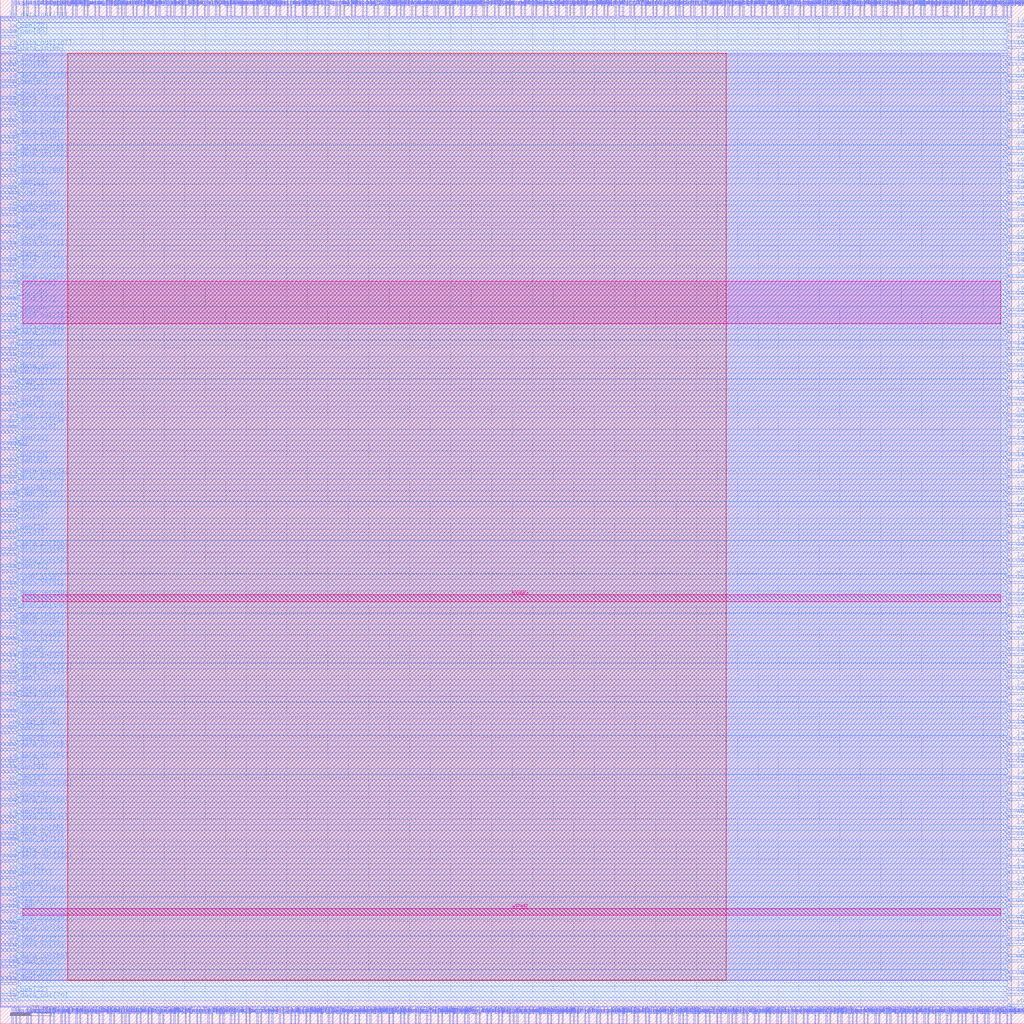
<source format=lef>
VERSION 5.7 ;
  NOWIREEXTENSIONATPIN ON ;
  DIVIDERCHAR "/" ;
  BUSBITCHARS "[]" ;
MACRO user_proj_example
  CLASS BLOCK ;
  FOREIGN user_proj_example ;
  ORIGIN 0.000 0.000 ;
  SIZE 250.000 BY 250.000 ;
  PIN io_in[0]
    DIRECTION INPUT ;
    PORT
      LAYER met2 ;
        RECT 32.290 246.000 32.570 250.000 ;
    END
  END io_in[0]
  PIN io_in[10]
    DIRECTION INPUT ;
    PORT
      LAYER met3 ;
        RECT 246.000 85.720 250.000 86.320 ;
    END
  END io_in[10]
  PIN io_in[11]
    DIRECTION INPUT ;
    PORT
      LAYER met2 ;
        RECT 196.050 246.000 196.330 250.000 ;
    END
  END io_in[11]
  PIN io_in[12]
    DIRECTION INPUT ;
    PORT
      LAYER met2 ;
        RECT 179.490 0.000 179.770 4.000 ;
    END
  END io_in[12]
  PIN io_in[13]
    DIRECTION INPUT ;
    PORT
      LAYER met3 ;
        RECT 0.000 153.720 4.000 154.320 ;
    END
  END io_in[13]
  PIN io_in[14]
    DIRECTION INPUT ;
    PORT
      LAYER met3 ;
        RECT 0.000 58.520 4.000 59.120 ;
    END
  END io_in[14]
  PIN io_in[15]
    DIRECTION INPUT ;
    PORT
      LAYER met2 ;
        RECT 45.170 246.000 45.450 250.000 ;
    END
  END io_in[15]
  PIN io_in[16]
    DIRECTION INPUT ;
    PORT
      LAYER met2 ;
        RECT 50.690 0.000 50.970 4.000 ;
    END
  END io_in[16]
  PIN io_in[17]
    DIRECTION INPUT ;
    PORT
      LAYER met2 ;
        RECT 153.730 246.000 154.010 250.000 ;
    END
  END io_in[17]
  PIN io_in[18]
    DIRECTION INPUT ;
    PORT
      LAYER met2 ;
        RECT 214.450 0.000 214.730 4.000 ;
    END
  END io_in[18]
  PIN io_in[19]
    DIRECTION INPUT ;
    PORT
      LAYER met2 ;
        RECT 116.010 246.000 116.290 250.000 ;
    END
  END io_in[19]
  PIN io_in[1]
    DIRECTION INPUT ;
    PORT
      LAYER met3 ;
        RECT 246.000 46.280 250.000 46.880 ;
    END
  END io_in[1]
  PIN io_in[20]
    DIRECTION INPUT ;
    PORT
      LAYER met2 ;
        RECT 18.490 0.000 18.770 4.000 ;
    END
  END io_in[20]
  PIN io_in[21]
    DIRECTION INPUT ;
    PORT
      LAYER met3 ;
        RECT 0.000 118.360 4.000 118.960 ;
    END
  END io_in[21]
  PIN io_in[22]
    DIRECTION INPUT ;
    PORT
      LAYER met2 ;
        RECT 46.090 0.000 46.370 4.000 ;
    END
  END io_in[22]
  PIN io_in[23]
    DIRECTION INPUT ;
    PORT
      LAYER met2 ;
        RECT 192.370 246.000 192.650 250.000 ;
    END
  END io_in[23]
  PIN io_in[24]
    DIRECTION INPUT ;
    PORT
      LAYER met2 ;
        RECT 233.770 0.000 234.050 4.000 ;
    END
  END io_in[24]
  PIN io_in[25]
    DIRECTION INPUT ;
    PORT
      LAYER met3 ;
        RECT 0.000 89.800 4.000 90.400 ;
    END
  END io_in[25]
  PIN io_in[26]
    DIRECTION INPUT ;
    PORT
      LAYER met2 ;
        RECT 27.690 0.000 27.970 4.000 ;
    END
  END io_in[26]
  PIN io_in[27]
    DIRECTION INPUT ;
    PORT
      LAYER met3 ;
        RECT 0.000 122.440 4.000 123.040 ;
    END
  END io_in[27]
  PIN io_in[28]
    DIRECTION INPUT ;
    PORT
      LAYER met3 ;
        RECT 246.000 186.360 250.000 186.960 ;
    END
  END io_in[28]
  PIN io_in[29]
    DIRECTION INPUT ;
    PORT
      LAYER met2 ;
        RECT 54.370 0.000 54.650 4.000 ;
    END
  END io_in[29]
  PIN io_in[2]
    DIRECTION INPUT ;
    PORT
      LAYER met2 ;
        RECT 11.130 246.000 11.410 250.000 ;
    END
  END io_in[2]
  PIN io_in[30]
    DIRECTION INPUT ;
    PORT
      LAYER met2 ;
        RECT 210.770 0.000 211.050 4.000 ;
    END
  END io_in[30]
  PIN io_in[31]
    DIRECTION INPUT ;
    PORT
      LAYER met2 ;
        RECT 115.090 246.000 115.370 250.000 ;
    END
  END io_in[31]
  PIN io_in[32]
    DIRECTION INPUT ;
    PORT
      LAYER met3 ;
        RECT 0.000 36.760 4.000 37.360 ;
    END
  END io_in[32]
  PIN io_in[33]
    DIRECTION INPUT ;
    PORT
      LAYER met2 ;
        RECT 125.210 246.000 125.490 250.000 ;
    END
  END io_in[33]
  PIN io_in[34]
    DIRECTION INPUT ;
    PORT
      LAYER met2 ;
        RECT 109.570 246.000 109.850 250.000 ;
    END
  END io_in[34]
  PIN io_in[35]
    DIRECTION INPUT ;
    PORT
      LAYER met2 ;
        RECT 111.410 0.000 111.690 4.000 ;
    END
  END io_in[35]
  PIN io_in[36]
    DIRECTION INPUT ;
    PORT
      LAYER met3 ;
        RECT 246.000 191.800 250.000 192.400 ;
    END
  END io_in[36]
  PIN io_in[37]
    DIRECTION INPUT ;
    PORT
      LAYER met2 ;
        RECT 240.210 246.000 240.490 250.000 ;
    END
  END io_in[37]
  PIN io_in[3]
    DIRECTION INPUT ;
    PORT
      LAYER met3 ;
        RECT 246.000 130.600 250.000 131.200 ;
    END
  END io_in[3]
  PIN io_in[4]
    DIRECTION INPUT ;
    PORT
      LAYER met2 ;
        RECT 90.250 0.000 90.530 4.000 ;
    END
  END io_in[4]
  PIN io_in[5]
    DIRECTION INPUT ;
    PORT
      LAYER met2 ;
        RECT 36.890 0.000 37.170 4.000 ;
    END
  END io_in[5]
  PIN io_in[6]
    DIRECTION INPUT ;
    PORT
      LAYER met3 ;
        RECT 246.000 238.040 250.000 238.640 ;
    END
  END io_in[6]
  PIN io_in[7]
    DIRECTION INPUT ;
    PORT
      LAYER met2 ;
        RECT 150.050 246.000 150.330 250.000 ;
    END
  END io_in[7]
  PIN io_in[8]
    DIRECTION INPUT ;
    PORT
      LAYER met2 ;
        RECT 40.570 246.000 40.850 250.000 ;
    END
  END io_in[8]
  PIN io_in[9]
    DIRECTION INPUT ;
    PORT
      LAYER met2 ;
        RECT 70.010 246.000 70.290 250.000 ;
    END
  END io_in[9]
  PIN io_oeb[0]
    DIRECTION OUTPUT TRISTATE ;
    PORT
      LAYER met3 ;
        RECT 246.000 129.240 250.000 129.840 ;
    END
  END io_oeb[0]
  PIN io_oeb[10]
    DIRECTION OUTPUT TRISTATE ;
    PORT
      LAYER met3 ;
        RECT 246.000 213.560 250.000 214.160 ;
    END
  END io_oeb[10]
  PIN io_oeb[11]
    DIRECTION OUTPUT TRISTATE ;
    PORT
      LAYER met3 ;
        RECT 246.000 102.040 250.000 102.640 ;
    END
  END io_oeb[11]
  PIN io_oeb[12]
    DIRECTION OUTPUT TRISTATE ;
    PORT
      LAYER met3 ;
        RECT 0.000 83.000 4.000 83.600 ;
    END
  END io_oeb[12]
  PIN io_oeb[13]
    DIRECTION OUTPUT TRISTATE ;
    PORT
      LAYER met2 ;
        RECT 71.850 246.000 72.130 250.000 ;
    END
  END io_oeb[13]
  PIN io_oeb[14]
    DIRECTION OUTPUT TRISTATE ;
    PORT
      LAYER met2 ;
        RECT 45.170 0.000 45.450 4.000 ;
    END
  END io_oeb[14]
  PIN io_oeb[15]
    DIRECTION OUTPUT TRISTATE ;
    PORT
      LAYER met3 ;
        RECT 246.000 12.280 250.000 12.880 ;
    END
  END io_oeb[15]
  PIN io_oeb[16]
    DIRECTION OUTPUT TRISTATE ;
    PORT
      LAYER met3 ;
        RECT 0.000 68.040 4.000 68.640 ;
    END
  END io_oeb[16]
  PIN io_oeb[17]
    DIRECTION OUTPUT TRISTATE ;
    PORT
      LAYER met3 ;
        RECT 246.000 97.960 250.000 98.560 ;
    END
  END io_oeb[17]
  PIN io_oeb[18]
    DIRECTION OUTPUT TRISTATE ;
    PORT
      LAYER met2 ;
        RECT 174.890 0.000 175.170 4.000 ;
    END
  END io_oeb[18]
  PIN io_oeb[19]
    DIRECTION OUTPUT TRISTATE ;
    PORT
      LAYER met2 ;
        RECT 34.130 0.000 34.410 4.000 ;
    END
  END io_oeb[19]
  PIN io_oeb[1]
    DIRECTION OUTPUT TRISTATE ;
    PORT
      LAYER met2 ;
        RECT 81.970 246.000 82.250 250.000 ;
    END
  END io_oeb[1]
  PIN io_oeb[20]
    DIRECTION OUTPUT TRISTATE ;
    PORT
      LAYER met3 ;
        RECT 246.000 209.480 250.000 210.080 ;
    END
  END io_oeb[20]
  PIN io_oeb[21]
    DIRECTION OUTPUT TRISTATE ;
    PORT
      LAYER met2 ;
        RECT 183.170 246.000 183.450 250.000 ;
    END
  END io_oeb[21]
  PIN io_oeb[22]
    DIRECTION OUTPUT TRISTATE ;
    PORT
      LAYER met3 ;
        RECT 0.000 6.840 4.000 7.440 ;
    END
  END io_oeb[22]
  PIN io_oeb[23]
    DIRECTION OUTPUT TRISTATE ;
    PORT
      LAYER met3 ;
        RECT 0.000 32.680 4.000 33.280 ;
    END
  END io_oeb[23]
  PIN io_oeb[24]
    DIRECTION OUTPUT TRISTATE ;
    PORT
      LAYER met3 ;
        RECT 0.000 125.160 4.000 125.760 ;
    END
  END io_oeb[24]
  PIN io_oeb[25]
    DIRECTION OUTPUT TRISTATE ;
    PORT
      LAYER met2 ;
        RECT 181.330 0.000 181.610 4.000 ;
    END
  END io_oeb[25]
  PIN io_oeb[26]
    DIRECTION OUTPUT TRISTATE ;
    PORT
      LAYER met2 ;
        RECT 145.450 0.000 145.730 4.000 ;
    END
  END io_oeb[26]
  PIN io_oeb[27]
    DIRECTION OUTPUT TRISTATE ;
    PORT
      LAYER met3 ;
        RECT 246.000 242.120 250.000 242.720 ;
    END
  END io_oeb[27]
  PIN io_oeb[28]
    DIRECTION OUTPUT TRISTATE ;
    PORT
      LAYER met2 ;
        RECT 225.490 246.000 225.770 250.000 ;
    END
  END io_oeb[28]
  PIN io_oeb[29]
    DIRECTION OUTPUT TRISTATE ;
    PORT
      LAYER met2 ;
        RECT 217.210 0.000 217.490 4.000 ;
    END
  END io_oeb[29]
  PIN io_oeb[2]
    DIRECTION OUTPUT TRISTATE ;
    PORT
      LAYER met2 ;
        RECT 144.530 246.000 144.810 250.000 ;
    END
  END io_oeb[2]
  PIN io_oeb[30]
    DIRECTION OUTPUT TRISTATE ;
    PORT
      LAYER met3 ;
        RECT 0.000 119.720 4.000 120.320 ;
    END
  END io_oeb[30]
  PIN io_oeb[31]
    DIRECTION OUTPUT TRISTATE ;
    PORT
      LAYER met2 ;
        RECT 131.650 0.000 131.930 4.000 ;
    END
  END io_oeb[31]
  PIN io_oeb[32]
    DIRECTION OUTPUT TRISTATE ;
    PORT
      LAYER met2 ;
        RECT 38.730 246.000 39.010 250.000 ;
    END
  END io_oeb[32]
  PIN io_oeb[33]
    DIRECTION OUTPUT TRISTATE ;
    PORT
      LAYER met2 ;
        RECT 18.490 246.000 18.770 250.000 ;
    END
  END io_oeb[33]
  PIN io_oeb[34]
    DIRECTION OUTPUT TRISTATE ;
    PORT
      LAYER met2 ;
        RECT 38.730 0.000 39.010 4.000 ;
    END
  END io_oeb[34]
  PIN io_oeb[35]
    DIRECTION OUTPUT TRISTATE ;
    PORT
      LAYER met3 ;
        RECT 0.000 136.040 4.000 136.640 ;
    END
  END io_oeb[35]
  PIN io_oeb[36]
    DIRECTION OUTPUT TRISTATE ;
    PORT
      LAYER met2 ;
        RECT 28.610 246.000 28.890 250.000 ;
    END
  END io_oeb[36]
  PIN io_oeb[37]
    DIRECTION OUTPUT TRISTATE ;
    PORT
      LAYER met3 ;
        RECT 246.000 138.760 250.000 139.360 ;
    END
  END io_oeb[37]
  PIN io_oeb[3]
    DIRECTION OUTPUT TRISTATE ;
    PORT
      LAYER met3 ;
        RECT 0.000 70.760 4.000 71.360 ;
    END
  END io_oeb[3]
  PIN io_oeb[4]
    DIRECTION OUTPUT TRISTATE ;
    PORT
      LAYER met2 ;
        RECT 236.530 246.000 236.810 250.000 ;
    END
  END io_oeb[4]
  PIN io_oeb[5]
    DIRECTION OUTPUT TRISTATE ;
    PORT
      LAYER met2 ;
        RECT 89.330 246.000 89.610 250.000 ;
    END
  END io_oeb[5]
  PIN io_oeb[6]
    DIRECTION OUTPUT TRISTATE ;
    PORT
      LAYER met2 ;
        RECT 246.650 246.000 246.930 250.000 ;
    END
  END io_oeb[6]
  PIN io_oeb[7]
    DIRECTION OUTPUT TRISTATE ;
    PORT
      LAYER met2 ;
        RECT 116.010 0.000 116.290 4.000 ;
    END
  END io_oeb[7]
  PIN io_oeb[8]
    DIRECTION OUTPUT TRISTATE ;
    PORT
      LAYER met2 ;
        RECT 204.330 246.000 204.610 250.000 ;
    END
  END io_oeb[8]
  PIN io_oeb[9]
    DIRECTION OUTPUT TRISTATE ;
    PORT
      LAYER met2 ;
        RECT 48.850 0.000 49.130 4.000 ;
    END
  END io_oeb[9]
  PIN io_out[0]
    DIRECTION OUTPUT TRISTATE ;
    PORT
      LAYER met2 ;
        RECT 76.450 246.000 76.730 250.000 ;
    END
  END io_out[0]
  PIN io_out[10]
    DIRECTION OUTPUT TRISTATE ;
    PORT
      LAYER met2 ;
        RECT 65.410 246.000 65.690 250.000 ;
    END
  END io_out[10]
  PIN io_out[11]
    DIRECTION OUTPUT TRISTATE ;
    PORT
      LAYER met2 ;
        RECT 60.810 0.000 61.090 4.000 ;
    END
  END io_out[11]
  PIN io_out[12]
    DIRECTION OUTPUT TRISTATE ;
    PORT
      LAYER met2 ;
        RECT 167.530 0.000 167.810 4.000 ;
    END
  END io_out[12]
  PIN io_out[13]
    DIRECTION OUTPUT TRISTATE ;
    PORT
      LAYER met2 ;
        RECT 175.810 0.000 176.090 4.000 ;
    END
  END io_out[13]
  PIN io_out[14]
    DIRECTION OUTPUT TRISTATE ;
    PORT
      LAYER met3 ;
        RECT 246.000 123.800 250.000 124.400 ;
    END
  END io_out[14]
  PIN io_out[15]
    DIRECTION OUTPUT TRISTATE ;
    PORT
      LAYER met3 ;
        RECT 246.000 220.360 250.000 220.960 ;
    END
  END io_out[15]
  PIN io_out[16]
    DIRECTION OUTPUT TRISTATE ;
    PORT
      LAYER met3 ;
        RECT 0.000 233.960 4.000 234.560 ;
    END
  END io_out[16]
  PIN io_out[17]
    DIRECTION OUTPUT TRISTATE ;
    PORT
      LAYER met2 ;
        RECT 4.690 0.000 4.970 4.000 ;
    END
  END io_out[17]
  PIN io_out[18]
    DIRECTION OUTPUT TRISTATE ;
    PORT
      LAYER met2 ;
        RECT 24.930 0.000 25.210 4.000 ;
    END
  END io_out[18]
  PIN io_out[19]
    DIRECTION OUTPUT TRISTATE ;
    PORT
      LAYER met2 ;
        RECT 159.250 246.000 159.530 250.000 ;
    END
  END io_out[19]
  PIN io_out[1]
    DIRECTION OUTPUT TRISTATE ;
    PORT
      LAYER met3 ;
        RECT 0.000 62.600 4.000 63.200 ;
    END
  END io_out[1]
  PIN io_out[20]
    DIRECTION OUTPUT TRISTATE ;
    PORT
      LAYER met2 ;
        RECT 136.250 0.000 136.530 4.000 ;
    END
  END io_out[20]
  PIN io_out[21]
    DIRECTION OUTPUT TRISTATE ;
    PORT
      LAYER met2 ;
        RECT 29.530 0.000 29.810 4.000 ;
    END
  END io_out[21]
  PIN io_out[22]
    DIRECTION OUTPUT TRISTATE ;
    PORT
      LAYER met2 ;
        RECT 58.050 0.000 58.330 4.000 ;
    END
  END io_out[22]
  PIN io_out[23]
    DIRECTION OUTPUT TRISTATE ;
    PORT
      LAYER met2 ;
        RECT 196.050 0.000 196.330 4.000 ;
    END
  END io_out[23]
  PIN io_out[24]
    DIRECTION OUTPUT TRISTATE ;
    PORT
      LAYER met3 ;
        RECT 246.000 145.560 250.000 146.160 ;
    END
  END io_out[24]
  PIN io_out[25]
    DIRECTION OUTPUT TRISTATE ;
    PORT
      LAYER met3 ;
        RECT 0.000 202.680 4.000 203.280 ;
    END
  END io_out[25]
  PIN io_out[26]
    DIRECTION OUTPUT TRISTATE ;
    PORT
      LAYER met2 ;
        RECT 47.930 0.000 48.210 4.000 ;
    END
  END io_out[26]
  PIN io_out[27]
    DIRECTION OUTPUT TRISTATE ;
    PORT
      LAYER met2 ;
        RECT 77.370 246.000 77.650 250.000 ;
    END
  END io_out[27]
  PIN io_out[28]
    DIRECTION OUTPUT TRISTATE ;
    PORT
      LAYER met2 ;
        RECT 53.450 0.000 53.730 4.000 ;
    END
  END io_out[28]
  PIN io_out[29]
    DIRECTION OUTPUT TRISTATE ;
    PORT
      LAYER met3 ;
        RECT 0.000 137.400 4.000 138.000 ;
    END
  END io_out[29]
  PIN io_out[2]
    DIRECTION OUTPUT TRISTATE ;
    PORT
      LAYER met3 ;
        RECT 246.000 229.880 250.000 230.480 ;
    END
  END io_out[2]
  PIN io_out[30]
    DIRECTION OUTPUT TRISTATE ;
    PORT
      LAYER met2 ;
        RECT 123.370 246.000 123.650 250.000 ;
    END
  END io_out[30]
  PIN io_out[31]
    DIRECTION OUTPUT TRISTATE ;
    PORT
      LAYER met3 ;
        RECT 246.000 32.680 250.000 33.280 ;
    END
  END io_out[31]
  PIN io_out[32]
    DIRECTION OUTPUT TRISTATE ;
    PORT
      LAYER met2 ;
        RECT 164.770 246.000 165.050 250.000 ;
    END
  END io_out[32]
  PIN io_out[33]
    DIRECTION OUTPUT TRISTATE ;
    PORT
      LAYER met2 ;
        RECT 113.250 246.000 113.530 250.000 ;
    END
  END io_out[33]
  PIN io_out[34]
    DIRECTION OUTPUT TRISTATE ;
    PORT
      LAYER met2 ;
        RECT 58.970 246.000 59.250 250.000 ;
    END
  END io_out[34]
  PIN io_out[35]
    DIRECTION OUTPUT TRISTATE ;
    PORT
      LAYER met3 ;
        RECT 246.000 44.920 250.000 45.520 ;
    END
  END io_out[35]
  PIN io_out[36]
    DIRECTION OUTPUT TRISTATE ;
    PORT
      LAYER met3 ;
        RECT 0.000 163.240 4.000 163.840 ;
    END
  END io_out[36]
  PIN io_out[37]
    DIRECTION OUTPUT TRISTATE ;
    PORT
      LAYER met3 ;
        RECT 246.000 225.800 250.000 226.400 ;
    END
  END io_out[37]
  PIN io_out[3]
    DIRECTION OUTPUT TRISTATE ;
    PORT
      LAYER met2 ;
        RECT 168.450 246.000 168.730 250.000 ;
    END
  END io_out[3]
  PIN io_out[4]
    DIRECTION OUTPUT TRISTATE ;
    PORT
      LAYER met3 ;
        RECT 246.000 76.200 250.000 76.800 ;
    END
  END io_out[4]
  PIN io_out[5]
    DIRECTION OUTPUT TRISTATE ;
    PORT
      LAYER met3 ;
        RECT 0.000 151.000 4.000 151.600 ;
    END
  END io_out[5]
  PIN io_out[6]
    DIRECTION OUTPUT TRISTATE ;
    PORT
      LAYER met2 ;
        RECT 209.850 246.000 210.130 250.000 ;
    END
  END io_out[6]
  PIN io_out[7]
    DIRECTION OUTPUT TRISTATE ;
    PORT
      LAYER met2 ;
        RECT 62.650 0.000 62.930 4.000 ;
    END
  END io_out[7]
  PIN io_out[8]
    DIRECTION OUTPUT TRISTATE ;
    PORT
      LAYER met2 ;
        RECT 134.410 0.000 134.690 4.000 ;
    END
  END io_out[8]
  PIN io_out[9]
    DIRECTION OUTPUT TRISTATE ;
    PORT
      LAYER met2 ;
        RECT 47.010 246.000 47.290 250.000 ;
    END
  END io_out[9]
  PIN la_data_in[0]
    DIRECTION INPUT ;
    PORT
      LAYER met2 ;
        RECT 116.930 0.000 117.210 4.000 ;
    END
  END la_data_in[0]
  PIN la_data_in[100]
    DIRECTION INPUT ;
    PORT
      LAYER met3 ;
        RECT 246.000 25.880 250.000 26.480 ;
    END
  END la_data_in[100]
  PIN la_data_in[101]
    DIRECTION INPUT ;
    PORT
      LAYER met2 ;
        RECT 237.450 0.000 237.730 4.000 ;
    END
  END la_data_in[101]
  PIN la_data_in[102]
    DIRECTION INPUT ;
    PORT
      LAYER met2 ;
        RECT 91.170 246.000 91.450 250.000 ;
    END
  END la_data_in[102]
  PIN la_data_in[103]
    DIRECTION INPUT ;
    PORT
      LAYER met2 ;
        RECT 221.810 246.000 222.090 250.000 ;
    END
  END la_data_in[103]
  PIN la_data_in[104]
    DIRECTION INPUT ;
    PORT
      LAYER met2 ;
        RECT 172.130 246.000 172.410 250.000 ;
    END
  END la_data_in[104]
  PIN la_data_in[105]
    DIRECTION INPUT ;
    PORT
      LAYER met2 ;
        RECT 187.770 0.000 188.050 4.000 ;
    END
  END la_data_in[105]
  PIN la_data_in[106]
    DIRECTION INPUT ;
    PORT
      LAYER met3 ;
        RECT 0.000 115.640 4.000 116.240 ;
    END
  END la_data_in[106]
  PIN la_data_in[107]
    DIRECTION INPUT ;
    PORT
      LAYER met3 ;
        RECT 246.000 59.880 250.000 60.480 ;
    END
  END la_data_in[107]
  PIN la_data_in[108]
    DIRECTION INPUT ;
    PORT
      LAYER met2 ;
        RECT 234.690 246.000 234.970 250.000 ;
    END
  END la_data_in[108]
  PIN la_data_in[109]
    DIRECTION INPUT ;
    PORT
      LAYER met3 ;
        RECT 0.000 100.680 4.000 101.280 ;
    END
  END la_data_in[109]
  PIN la_data_in[10]
    DIRECTION INPUT ;
    PORT
      LAYER met3 ;
        RECT 0.000 197.240 4.000 197.840 ;
    END
  END la_data_in[10]
  PIN la_data_in[110]
    DIRECTION INPUT ;
    PORT
      LAYER met2 ;
        RECT 6.530 0.000 6.810 4.000 ;
    END
  END la_data_in[110]
  PIN la_data_in[111]
    DIRECTION INPUT ;
    PORT
      LAYER met3 ;
        RECT 0.000 97.960 4.000 98.560 ;
    END
  END la_data_in[111]
  PIN la_data_in[112]
    DIRECTION INPUT ;
    PORT
      LAYER met2 ;
        RECT 199.730 0.000 200.010 4.000 ;
    END
  END la_data_in[112]
  PIN la_data_in[113]
    DIRECTION INPUT ;
    PORT
      LAYER met2 ;
        RECT 213.530 0.000 213.810 4.000 ;
    END
  END la_data_in[113]
  PIN la_data_in[114]
    DIRECTION INPUT ;
    PORT
      LAYER met2 ;
        RECT 93.930 246.000 94.210 250.000 ;
    END
  END la_data_in[114]
  PIN la_data_in[115]
    DIRECTION INPUT ;
    PORT
      LAYER met3 ;
        RECT 0.000 103.400 4.000 104.000 ;
    END
  END la_data_in[115]
  PIN la_data_in[116]
    DIRECTION INPUT ;
    PORT
      LAYER met2 ;
        RECT 39.650 0.000 39.930 4.000 ;
    END
  END la_data_in[116]
  PIN la_data_in[117]
    DIRECTION INPUT ;
    PORT
      LAYER met2 ;
        RECT 189.610 246.000 189.890 250.000 ;
    END
  END la_data_in[117]
  PIN la_data_in[118]
    DIRECTION INPUT ;
    PORT
      LAYER met2 ;
        RECT 154.650 0.000 154.930 4.000 ;
    END
  END la_data_in[118]
  PIN la_data_in[119]
    DIRECTION INPUT ;
    PORT
      LAYER met2 ;
        RECT 16.650 0.000 16.930 4.000 ;
    END
  END la_data_in[119]
  PIN la_data_in[11]
    DIRECTION INPUT ;
    PORT
      LAYER met2 ;
        RECT 20.330 246.000 20.610 250.000 ;
    END
  END la_data_in[11]
  PIN la_data_in[120]
    DIRECTION INPUT ;
    PORT
      LAYER met3 ;
        RECT 0.000 78.920 4.000 79.520 ;
    END
  END la_data_in[120]
  PIN la_data_in[121]
    DIRECTION INPUT ;
    PORT
      LAYER met3 ;
        RECT 0.000 220.360 4.000 220.960 ;
    END
  END la_data_in[121]
  PIN la_data_in[122]
    DIRECTION INPUT ;
    PORT
      LAYER met3 ;
        RECT 0.000 210.840 4.000 211.440 ;
    END
  END la_data_in[122]
  PIN la_data_in[123]
    DIRECTION INPUT ;
    PORT
      LAYER met3 ;
        RECT 246.000 91.160 250.000 91.760 ;
    END
  END la_data_in[123]
  PIN la_data_in[124]
    DIRECTION INPUT ;
    PORT
      LAYER met3 ;
        RECT 0.000 84.360 4.000 84.960 ;
    END
  END la_data_in[124]
  PIN la_data_in[125]
    DIRECTION INPUT ;
    PORT
      LAYER met2 ;
        RECT 231.010 0.000 231.290 4.000 ;
    END
  END la_data_in[125]
  PIN la_data_in[126]
    DIRECTION INPUT ;
    PORT
      LAYER met3 ;
        RECT 246.000 185.000 250.000 185.600 ;
    END
  END la_data_in[126]
  PIN la_data_in[127]
    DIRECTION INPUT ;
    PORT
      LAYER met2 ;
        RECT 26.770 246.000 27.050 250.000 ;
    END
  END la_data_in[127]
  PIN la_data_in[12]
    DIRECTION INPUT ;
    PORT
      LAYER met3 ;
        RECT 246.000 243.480 250.000 244.080 ;
    END
  END la_data_in[12]
  PIN la_data_in[13]
    DIRECTION INPUT ;
    PORT
      LAYER met2 ;
        RECT 63.570 0.000 63.850 4.000 ;
    END
  END la_data_in[13]
  PIN la_data_in[14]
    DIRECTION INPUT ;
    PORT
      LAYER met2 ;
        RECT 59.890 0.000 60.170 4.000 ;
    END
  END la_data_in[14]
  PIN la_data_in[15]
    DIRECTION INPUT ;
    PORT
      LAYER met2 ;
        RECT 108.650 246.000 108.930 250.000 ;
    END
  END la_data_in[15]
  PIN la_data_in[16]
    DIRECTION INPUT ;
    PORT
      LAYER met3 ;
        RECT 0.000 17.720 4.000 18.320 ;
    END
  END la_data_in[16]
  PIN la_data_in[17]
    DIRECTION INPUT ;
    PORT
      LAYER met2 ;
        RECT 19.410 0.000 19.690 4.000 ;
    END
  END la_data_in[17]
  PIN la_data_in[18]
    DIRECTION INPUT ;
    PORT
      LAYER met2 ;
        RECT 73.690 246.000 73.970 250.000 ;
    END
  END la_data_in[18]
  PIN la_data_in[19]
    DIRECTION INPUT ;
    PORT
      LAYER met2 ;
        RECT 219.050 0.000 219.330 4.000 ;
    END
  END la_data_in[19]
  PIN la_data_in[1]
    DIRECTION INPUT ;
    PORT
      LAYER met2 ;
        RECT 208.010 246.000 208.290 250.000 ;
    END
  END la_data_in[1]
  PIN la_data_in[20]
    DIRECTION INPUT ;
    PORT
      LAYER met3 ;
        RECT 246.000 42.200 250.000 42.800 ;
    END
  END la_data_in[20]
  PIN la_data_in[21]
    DIRECTION INPUT ;
    PORT
      LAYER met2 ;
        RECT 157.410 0.000 157.690 4.000 ;
    END
  END la_data_in[21]
  PIN la_data_in[22]
    DIRECTION INPUT ;
    PORT
      LAYER met2 ;
        RECT 22.170 0.000 22.450 4.000 ;
    END
  END la_data_in[22]
  PIN la_data_in[23]
    DIRECTION INPUT ;
    PORT
      LAYER met3 ;
        RECT 246.000 221.720 250.000 222.320 ;
    END
  END la_data_in[23]
  PIN la_data_in[24]
    DIRECTION INPUT ;
    PORT
      LAYER met3 ;
        RECT 246.000 117.000 250.000 117.600 ;
    END
  END la_data_in[24]
  PIN la_data_in[25]
    DIRECTION INPUT ;
    PORT
      LAYER met3 ;
        RECT 246.000 156.440 250.000 157.040 ;
    END
  END la_data_in[25]
  PIN la_data_in[26]
    DIRECTION INPUT ;
    PORT
      LAYER met2 ;
        RECT 96.690 246.000 96.970 250.000 ;
    END
  END la_data_in[26]
  PIN la_data_in[27]
    DIRECTION INPUT ;
    PORT
      LAYER met3 ;
        RECT 0.000 167.320 4.000 167.920 ;
    END
  END la_data_in[27]
  PIN la_data_in[28]
    DIRECTION INPUT ;
    PORT
      LAYER met3 ;
        RECT 246.000 40.840 250.000 41.440 ;
    END
  END la_data_in[28]
  PIN la_data_in[29]
    DIRECTION INPUT ;
    PORT
      LAYER met2 ;
        RECT 86.570 246.000 86.850 250.000 ;
    END
  END la_data_in[29]
  PIN la_data_in[2]
    DIRECTION INPUT ;
    PORT
      LAYER met3 ;
        RECT 0.000 186.360 4.000 186.960 ;
    END
  END la_data_in[2]
  PIN la_data_in[30]
    DIRECTION INPUT ;
    PORT
      LAYER met2 ;
        RECT 74.610 0.000 74.890 4.000 ;
    END
  END la_data_in[30]
  PIN la_data_in[31]
    DIRECTION INPUT ;
    PORT
      LAYER met3 ;
        RECT 246.000 227.160 250.000 227.760 ;
    END
  END la_data_in[31]
  PIN la_data_in[32]
    DIRECTION INPUT ;
    PORT
      LAYER met3 ;
        RECT 246.000 93.880 250.000 94.480 ;
    END
  END la_data_in[32]
  PIN la_data_in[33]
    DIRECTION INPUT ;
    PORT
      LAYER met3 ;
        RECT 0.000 40.840 4.000 41.440 ;
    END
  END la_data_in[33]
  PIN la_data_in[34]
    DIRECTION INPUT ;
    PORT
      LAYER met3 ;
        RECT 246.000 180.920 250.000 181.520 ;
    END
  END la_data_in[34]
  PIN la_data_in[35]
    DIRECTION INPUT ;
    PORT
      LAYER met2 ;
        RECT 178.570 246.000 178.850 250.000 ;
    END
  END la_data_in[35]
  PIN la_data_in[36]
    DIRECTION INPUT ;
    PORT
      LAYER met3 ;
        RECT 0.000 219.000 4.000 219.600 ;
    END
  END la_data_in[36]
  PIN la_data_in[37]
    DIRECTION INPUT ;
    PORT
      LAYER met2 ;
        RECT 6.530 246.000 6.810 250.000 ;
    END
  END la_data_in[37]
  PIN la_data_in[38]
    DIRECTION INPUT ;
    PORT
      LAYER met3 ;
        RECT 246.000 198.600 250.000 199.200 ;
    END
  END la_data_in[38]
  PIN la_data_in[39]
    DIRECTION INPUT ;
    PORT
      LAYER met3 ;
        RECT 246.000 168.680 250.000 169.280 ;
    END
  END la_data_in[39]
  PIN la_data_in[3]
    DIRECTION INPUT ;
    PORT
      LAYER met2 ;
        RECT 21.250 0.000 21.530 4.000 ;
    END
  END la_data_in[3]
  PIN la_data_in[40]
    DIRECTION INPUT ;
    PORT
      LAYER met3 ;
        RECT 0.000 224.440 4.000 225.040 ;
    END
  END la_data_in[40]
  PIN la_data_in[41]
    DIRECTION INPUT ;
    PORT
      LAYER met2 ;
        RECT 160.170 246.000 160.450 250.000 ;
    END
  END la_data_in[41]
  PIN la_data_in[42]
    DIRECTION INPUT ;
    PORT
      LAYER met3 ;
        RECT 0.000 31.320 4.000 31.920 ;
    END
  END la_data_in[42]
  PIN la_data_in[43]
    DIRECTION INPUT ;
    PORT
      LAYER met2 ;
        RECT 3.770 246.000 4.050 250.000 ;
    END
  END la_data_in[43]
  PIN la_data_in[44]
    DIRECTION INPUT ;
    PORT
      LAYER met3 ;
        RECT 246.000 34.040 250.000 34.640 ;
    END
  END la_data_in[44]
  PIN la_data_in[45]
    DIRECTION INPUT ;
    PORT
      LAYER met2 ;
        RECT 162.930 246.000 163.210 250.000 ;
    END
  END la_data_in[45]
  PIN la_data_in[46]
    DIRECTION INPUT ;
    PORT
      LAYER met2 ;
        RECT 17.570 246.000 17.850 250.000 ;
    END
  END la_data_in[46]
  PIN la_data_in[47]
    DIRECTION INPUT ;
    PORT
      LAYER met2 ;
        RECT 75.530 0.000 75.810 4.000 ;
    END
  END la_data_in[47]
  PIN la_data_in[48]
    DIRECTION INPUT ;
    PORT
      LAYER met2 ;
        RECT 190.530 0.000 190.810 4.000 ;
    END
  END la_data_in[48]
  PIN la_data_in[49]
    DIRECTION INPUT ;
    PORT
      LAYER met2 ;
        RECT 181.330 246.000 181.610 250.000 ;
    END
  END la_data_in[49]
  PIN la_data_in[4]
    DIRECTION INPUT ;
    PORT
      LAYER met2 ;
        RECT 2.850 0.000 3.130 4.000 ;
    END
  END la_data_in[4]
  PIN la_data_in[50]
    DIRECTION INPUT ;
    PORT
      LAYER met3 ;
        RECT 246.000 174.120 250.000 174.720 ;
    END
  END la_data_in[50]
  PIN la_data_in[51]
    DIRECTION INPUT ;
    PORT
      LAYER met3 ;
        RECT 0.000 106.120 4.000 106.720 ;
    END
  END la_data_in[51]
  PIN la_data_in[52]
    DIRECTION INPUT ;
    PORT
      LAYER met2 ;
        RECT 15.730 0.000 16.010 4.000 ;
    END
  END la_data_in[52]
  PIN la_data_in[53]
    DIRECTION INPUT ;
    PORT
      LAYER met3 ;
        RECT 246.000 112.920 250.000 113.520 ;
    END
  END la_data_in[53]
  PIN la_data_in[54]
    DIRECTION INPUT ;
    PORT
      LAYER met2 ;
        RECT 188.690 246.000 188.970 250.000 ;
    END
  END la_data_in[54]
  PIN la_data_in[55]
    DIRECTION INPUT ;
    PORT
      LAYER met2 ;
        RECT 237.450 246.000 237.730 250.000 ;
    END
  END la_data_in[55]
  PIN la_data_in[56]
    DIRECTION INPUT ;
    PORT
      LAYER met3 ;
        RECT 246.000 216.280 250.000 216.880 ;
    END
  END la_data_in[56]
  PIN la_data_in[57]
    DIRECTION INPUT ;
    PORT
      LAYER met3 ;
        RECT 246.000 224.440 250.000 225.040 ;
    END
  END la_data_in[57]
  PIN la_data_in[58]
    DIRECTION INPUT ;
    PORT
      LAYER met2 ;
        RECT 205.250 0.000 205.530 4.000 ;
    END
  END la_data_in[58]
  PIN la_data_in[59]
    DIRECTION INPUT ;
    PORT
      LAYER met2 ;
        RECT 226.410 0.000 226.690 4.000 ;
    END
  END la_data_in[59]
  PIN la_data_in[5]
    DIRECTION INPUT ;
    PORT
      LAYER met2 ;
        RECT 172.130 0.000 172.410 4.000 ;
    END
  END la_data_in[5]
  PIN la_data_in[60]
    DIRECTION INPUT ;
    PORT
      LAYER met3 ;
        RECT 0.000 96.600 4.000 97.200 ;
    END
  END la_data_in[60]
  PIN la_data_in[61]
    DIRECTION INPUT ;
    PORT
      LAYER met2 ;
        RECT 193.290 246.000 193.570 250.000 ;
    END
  END la_data_in[61]
  PIN la_data_in[62]
    DIRECTION INPUT ;
    PORT
      LAYER met2 ;
        RECT 242.970 0.000 243.250 4.000 ;
    END
  END la_data_in[62]
  PIN la_data_in[63]
    DIRECTION INPUT ;
    PORT
      LAYER met3 ;
        RECT 0.000 168.680 4.000 169.280 ;
    END
  END la_data_in[63]
  PIN la_data_in[64]
    DIRECTION INPUT ;
    PORT
      LAYER met2 ;
        RECT 186.850 246.000 187.130 250.000 ;
    END
  END la_data_in[64]
  PIN la_data_in[65]
    DIRECTION INPUT ;
    PORT
      LAYER met3 ;
        RECT 0.000 46.280 4.000 46.880 ;
    END
  END la_data_in[65]
  PIN la_data_in[66]
    DIRECTION INPUT ;
    PORT
      LAYER met2 ;
        RECT 152.810 0.000 153.090 4.000 ;
    END
  END la_data_in[66]
  PIN la_data_in[67]
    DIRECTION INPUT ;
    PORT
      LAYER met3 ;
        RECT 246.000 87.080 250.000 87.680 ;
    END
  END la_data_in[67]
  PIN la_data_in[68]
    DIRECTION INPUT ;
    PORT
      LAYER met2 ;
        RECT 8.370 246.000 8.650 250.000 ;
    END
  END la_data_in[68]
  PIN la_data_in[69]
    DIRECTION INPUT ;
    PORT
      LAYER met3 ;
        RECT 0.000 206.760 4.000 207.360 ;
    END
  END la_data_in[69]
  PIN la_data_in[6]
    DIRECTION INPUT ;
    PORT
      LAYER met3 ;
        RECT 246.000 233.960 250.000 234.560 ;
    END
  END la_data_in[6]
  PIN la_data_in[70]
    DIRECTION INPUT ;
    PORT
      LAYER met2 ;
        RECT 162.010 246.000 162.290 250.000 ;
    END
  END la_data_in[70]
  PIN la_data_in[71]
    DIRECTION INPUT ;
    PORT
      LAYER met2 ;
        RECT 192.370 0.000 192.650 4.000 ;
    END
  END la_data_in[71]
  PIN la_data_in[72]
    DIRECTION INPUT ;
    PORT
      LAYER met3 ;
        RECT 0.000 131.960 4.000 132.560 ;
    END
  END la_data_in[72]
  PIN la_data_in[73]
    DIRECTION INPUT ;
    PORT
      LAYER met2 ;
        RECT 35.050 246.000 35.330 250.000 ;
    END
  END la_data_in[73]
  PIN la_data_in[74]
    DIRECTION INPUT ;
    PORT
      LAYER met2 ;
        RECT 62.650 246.000 62.930 250.000 ;
    END
  END la_data_in[74]
  PIN la_data_in[75]
    DIRECTION INPUT ;
    PORT
      LAYER met2 ;
        RECT 93.010 0.000 93.290 4.000 ;
    END
  END la_data_in[75]
  PIN la_data_in[76]
    DIRECTION INPUT ;
    PORT
      LAYER met3 ;
        RECT 246.000 72.120 250.000 72.720 ;
    END
  END la_data_in[76]
  PIN la_data_in[77]
    DIRECTION INPUT ;
    PORT
      LAYER met3 ;
        RECT 246.000 10.920 250.000 11.520 ;
    END
  END la_data_in[77]
  PIN la_data_in[78]
    DIRECTION INPUT ;
    PORT
      LAYER met3 ;
        RECT 0.000 93.880 4.000 94.480 ;
    END
  END la_data_in[78]
  PIN la_data_in[79]
    DIRECTION INPUT ;
    PORT
      LAYER met2 ;
        RECT 211.690 0.000 211.970 4.000 ;
    END
  END la_data_in[79]
  PIN la_data_in[7]
    DIRECTION INPUT ;
    PORT
      LAYER met3 ;
        RECT 246.000 137.400 250.000 138.000 ;
    END
  END la_data_in[7]
  PIN la_data_in[80]
    DIRECTION INPUT ;
    PORT
      LAYER met2 ;
        RECT 189.610 0.000 189.890 4.000 ;
    END
  END la_data_in[80]
  PIN la_data_in[81]
    DIRECTION INPUT ;
    PORT
      LAYER met2 ;
        RECT 231.930 0.000 232.210 4.000 ;
    END
  END la_data_in[81]
  PIN la_data_in[82]
    DIRECTION INPUT ;
    PORT
      LAYER met3 ;
        RECT 246.000 217.640 250.000 218.240 ;
    END
  END la_data_in[82]
  PIN la_data_in[83]
    DIRECTION INPUT ;
    PORT
      LAYER met2 ;
        RECT 124.290 246.000 124.570 250.000 ;
    END
  END la_data_in[83]
  PIN la_data_in[84]
    DIRECTION INPUT ;
    PORT
      LAYER met2 ;
        RECT 12.970 0.000 13.250 4.000 ;
    END
  END la_data_in[84]
  PIN la_data_in[85]
    DIRECTION INPUT ;
    PORT
      LAYER met2 ;
        RECT 139.010 0.000 139.290 4.000 ;
    END
  END la_data_in[85]
  PIN la_data_in[86]
    DIRECTION INPUT ;
    PORT
      LAYER met3 ;
        RECT 0.000 236.680 4.000 237.280 ;
    END
  END la_data_in[86]
  PIN la_data_in[87]
    DIRECTION INPUT ;
    PORT
      LAYER met3 ;
        RECT 0.000 88.440 4.000 89.040 ;
    END
  END la_data_in[87]
  PIN la_data_in[88]
    DIRECTION INPUT ;
    PORT
      LAYER met2 ;
        RECT 186.850 0.000 187.130 4.000 ;
    END
  END la_data_in[88]
  PIN la_data_in[89]
    DIRECTION INPUT ;
    PORT
      LAYER met2 ;
        RECT 74.610 246.000 74.890 250.000 ;
    END
  END la_data_in[89]
  PIN la_data_in[8]
    DIRECTION INPUT ;
    PORT
      LAYER met2 ;
        RECT 223.650 0.000 223.930 4.000 ;
    END
  END la_data_in[8]
  PIN la_data_in[90]
    DIRECTION INPUT ;
    PORT
      LAYER met2 ;
        RECT 104.050 246.000 104.330 250.000 ;
    END
  END la_data_in[90]
  PIN la_data_in[91]
    DIRECTION INPUT ;
    PORT
      LAYER met2 ;
        RECT 215.370 246.000 215.650 250.000 ;
    END
  END la_data_in[91]
  PIN la_data_in[92]
    DIRECTION INPUT ;
    PORT
      LAYER met3 ;
        RECT 0.000 80.280 4.000 80.880 ;
    END
  END la_data_in[92]
  PIN la_data_in[93]
    DIRECTION INPUT ;
    PORT
      LAYER met3 ;
        RECT 0.000 149.640 4.000 150.240 ;
    END
  END la_data_in[93]
  PIN la_data_in[94]
    DIRECTION INPUT ;
    PORT
      LAYER met2 ;
        RECT 95.770 0.000 96.050 4.000 ;
    END
  END la_data_in[94]
  PIN la_data_in[95]
    DIRECTION INPUT ;
    PORT
      LAYER met2 ;
        RECT 61.730 246.000 62.010 250.000 ;
    END
  END la_data_in[95]
  PIN la_data_in[96]
    DIRECTION INPUT ;
    PORT
      LAYER met3 ;
        RECT 246.000 38.120 250.000 38.720 ;
    END
  END la_data_in[96]
  PIN la_data_in[97]
    DIRECTION INPUT ;
    PORT
      LAYER met3 ;
        RECT 0.000 216.280 4.000 216.880 ;
    END
  END la_data_in[97]
  PIN la_data_in[98]
    DIRECTION INPUT ;
    PORT
      LAYER met2 ;
        RECT 165.690 0.000 165.970 4.000 ;
    END
  END la_data_in[98]
  PIN la_data_in[99]
    DIRECTION INPUT ;
    PORT
      LAYER met3 ;
        RECT 246.000 142.840 250.000 143.440 ;
    END
  END la_data_in[99]
  PIN la_data_in[9]
    DIRECTION INPUT ;
    PORT
      LAYER met3 ;
        RECT 0.000 159.160 4.000 159.760 ;
    END
  END la_data_in[9]
  PIN la_data_out[0]
    DIRECTION OUTPUT TRISTATE ;
    PORT
      LAYER met2 ;
        RECT 114.170 0.000 114.450 4.000 ;
    END
  END la_data_out[0]
  PIN la_data_out[100]
    DIRECTION OUTPUT TRISTATE ;
    PORT
      LAYER met2 ;
        RECT 216.290 0.000 216.570 4.000 ;
    END
  END la_data_out[100]
  PIN la_data_out[101]
    DIRECTION OUTPUT TRISTATE ;
    PORT
      LAYER met2 ;
        RECT 240.210 0.000 240.490 4.000 ;
    END
  END la_data_out[101]
  PIN la_data_out[102]
    DIRECTION OUTPUT TRISTATE ;
    PORT
      LAYER met2 ;
        RECT 31.370 0.000 31.650 4.000 ;
    END
  END la_data_out[102]
  PIN la_data_out[103]
    DIRECTION OUTPUT TRISTATE ;
    PORT
      LAYER met2 ;
        RECT 14.810 0.000 15.090 4.000 ;
    END
  END la_data_out[103]
  PIN la_data_out[104]
    DIRECTION OUTPUT TRISTATE ;
    PORT
      LAYER met3 ;
        RECT 246.000 107.480 250.000 108.080 ;
    END
  END la_data_out[104]
  PIN la_data_out[105]
    DIRECTION OUTPUT TRISTATE ;
    PORT
      LAYER met3 ;
        RECT 0.000 57.160 4.000 57.760 ;
    END
  END la_data_out[105]
  PIN la_data_out[106]
    DIRECTION OUTPUT TRISTATE ;
    PORT
      LAYER met2 ;
        RECT 77.370 0.000 77.650 4.000 ;
    END
  END la_data_out[106]
  PIN la_data_out[107]
    DIRECTION OUTPUT TRISTATE ;
    PORT
      LAYER met3 ;
        RECT 0.000 238.040 4.000 238.640 ;
    END
  END la_data_out[107]
  PIN la_data_out[108]
    DIRECTION OUTPUT TRISTATE ;
    PORT
      LAYER met3 ;
        RECT 0.000 229.880 4.000 230.480 ;
    END
  END la_data_out[108]
  PIN la_data_out[109]
    DIRECTION OUTPUT TRISTATE ;
    PORT
      LAYER met3 ;
        RECT 0.000 223.080 4.000 223.680 ;
    END
  END la_data_out[109]
  PIN la_data_out[10]
    DIRECTION OUTPUT TRISTATE ;
    PORT
      LAYER met2 ;
        RECT 231.010 246.000 231.290 250.000 ;
    END
  END la_data_out[10]
  PIN la_data_out[110]
    DIRECTION OUTPUT TRISTATE ;
    PORT
      LAYER met2 ;
        RECT 124.290 0.000 124.570 4.000 ;
    END
  END la_data_out[110]
  PIN la_data_out[111]
    DIRECTION OUTPUT TRISTATE ;
    PORT
      LAYER met2 ;
        RECT 23.090 246.000 23.370 250.000 ;
    END
  END la_data_out[111]
  PIN la_data_out[112]
    DIRECTION OUTPUT TRISTATE ;
    PORT
      LAYER met2 ;
        RECT 143.610 0.000 143.890 4.000 ;
    END
  END la_data_out[112]
  PIN la_data_out[113]
    DIRECTION OUTPUT TRISTATE ;
    PORT
      LAYER met3 ;
        RECT 0.000 171.400 4.000 172.000 ;
    END
  END la_data_out[113]
  PIN la_data_out[114]
    DIRECTION OUTPUT TRISTATE ;
    PORT
      LAYER met2 ;
        RECT 219.970 246.000 220.250 250.000 ;
    END
  END la_data_out[114]
  PIN la_data_out[115]
    DIRECTION OUTPUT TRISTATE ;
    PORT
      LAYER met3 ;
        RECT 246.000 231.240 250.000 231.840 ;
    END
  END la_data_out[115]
  PIN la_data_out[116]
    DIRECTION OUTPUT TRISTATE ;
    PORT
      LAYER met2 ;
        RECT 163.850 0.000 164.130 4.000 ;
    END
  END la_data_out[116]
  PIN la_data_out[117]
    DIRECTION OUTPUT TRISTATE ;
    PORT
      LAYER met3 ;
        RECT 246.000 73.480 250.000 74.080 ;
    END
  END la_data_out[117]
  PIN la_data_out[118]
    DIRECTION OUTPUT TRISTATE ;
    PORT
      LAYER met3 ;
        RECT 246.000 104.760 250.000 105.360 ;
    END
  END la_data_out[118]
  PIN la_data_out[119]
    DIRECTION OUTPUT TRISTATE ;
    PORT
      LAYER met3 ;
        RECT 0.000 39.480 4.000 40.080 ;
    END
  END la_data_out[119]
  PIN la_data_out[11]
    DIRECTION OUTPUT TRISTATE ;
    PORT
      LAYER met3 ;
        RECT 0.000 189.080 4.000 189.680 ;
    END
  END la_data_out[11]
  PIN la_data_out[120]
    DIRECTION OUTPUT TRISTATE ;
    PORT
      LAYER met2 ;
        RECT 106.810 246.000 107.090 250.000 ;
    END
  END la_data_out[120]
  PIN la_data_out[121]
    DIRECTION OUTPUT TRISTATE ;
    PORT
      LAYER met2 ;
        RECT 50.690 246.000 50.970 250.000 ;
    END
  END la_data_out[121]
  PIN la_data_out[122]
    DIRECTION OUTPUT TRISTATE ;
    PORT
      LAYER met3 ;
        RECT 0.000 85.720 4.000 86.320 ;
    END
  END la_data_out[122]
  PIN la_data_out[123]
    DIRECTION OUTPUT TRISTATE ;
    PORT
      LAYER met2 ;
        RECT 78.290 0.000 78.570 4.000 ;
    END
  END la_data_out[123]
  PIN la_data_out[124]
    DIRECTION OUTPUT TRISTATE ;
    PORT
      LAYER met2 ;
        RECT 176.730 246.000 177.010 250.000 ;
    END
  END la_data_out[124]
  PIN la_data_out[125]
    DIRECTION OUTPUT TRISTATE ;
    PORT
      LAYER met3 ;
        RECT 246.000 36.760 250.000 37.360 ;
    END
  END la_data_out[125]
  PIN la_data_out[126]
    DIRECTION OUTPUT TRISTATE ;
    PORT
      LAYER met2 ;
        RECT 118.770 0.000 119.050 4.000 ;
    END
  END la_data_out[126]
  PIN la_data_out[127]
    DIRECTION OUTPUT TRISTATE ;
    PORT
      LAYER met2 ;
        RECT 201.570 0.000 201.850 4.000 ;
    END
  END la_data_out[127]
  PIN la_data_out[12]
    DIRECTION OUTPUT TRISTATE ;
    PORT
      LAYER met2 ;
        RECT 24.010 0.000 24.290 4.000 ;
    END
  END la_data_out[12]
  PIN la_data_out[13]
    DIRECTION OUTPUT TRISTATE ;
    PORT
      LAYER met2 ;
        RECT 150.970 246.000 151.250 250.000 ;
    END
  END la_data_out[13]
  PIN la_data_out[14]
    DIRECTION OUTPUT TRISTATE ;
    PORT
      LAYER met2 ;
        RECT 171.210 246.000 171.490 250.000 ;
    END
  END la_data_out[14]
  PIN la_data_out[15]
    DIRECTION OUTPUT TRISTATE ;
    PORT
      LAYER met2 ;
        RECT 94.850 0.000 95.130 4.000 ;
    END
  END la_data_out[15]
  PIN la_data_out[16]
    DIRECTION OUTPUT TRISTATE ;
    PORT
      LAYER met2 ;
        RECT 219.970 0.000 220.250 4.000 ;
    END
  END la_data_out[16]
  PIN la_data_out[17]
    DIRECTION OUTPUT TRISTATE ;
    PORT
      LAYER met2 ;
        RECT 80.130 246.000 80.410 250.000 ;
    END
  END la_data_out[17]
  PIN la_data_out[18]
    DIRECTION OUTPUT TRISTATE ;
    PORT
      LAYER met2 ;
        RECT 173.050 0.000 173.330 4.000 ;
    END
  END la_data_out[18]
  PIN la_data_out[19]
    DIRECTION OUTPUT TRISTATE ;
    PORT
      LAYER met3 ;
        RECT 246.000 178.200 250.000 178.800 ;
    END
  END la_data_out[19]
  PIN la_data_out[1]
    DIRECTION OUTPUT TRISTATE ;
    PORT
      LAYER met2 ;
        RECT 133.490 246.000 133.770 250.000 ;
    END
  END la_data_out[1]
  PIN la_data_out[20]
    DIRECTION OUTPUT TRISTATE ;
    PORT
      LAYER met3 ;
        RECT 246.000 202.680 250.000 203.280 ;
    END
  END la_data_out[20]
  PIN la_data_out[21]
    DIRECTION OUTPUT TRISTATE ;
    PORT
      LAYER met2 ;
        RECT 82.890 246.000 83.170 250.000 ;
    END
  END la_data_out[21]
  PIN la_data_out[22]
    DIRECTION OUTPUT TRISTATE ;
    PORT
      LAYER met3 ;
        RECT 0.000 180.920 4.000 181.520 ;
    END
  END la_data_out[22]
  PIN la_data_out[23]
    DIRECTION OUTPUT TRISTATE ;
    PORT
      LAYER met3 ;
        RECT 246.000 63.960 250.000 64.560 ;
    END
  END la_data_out[23]
  PIN la_data_out[24]
    DIRECTION OUTPUT TRISTATE ;
    PORT
      LAYER met3 ;
        RECT 0.000 133.320 4.000 133.920 ;
    END
  END la_data_out[24]
  PIN la_data_out[25]
    DIRECTION OUTPUT TRISTATE ;
    PORT
      LAYER met3 ;
        RECT 246.000 212.200 250.000 212.800 ;
    END
  END la_data_out[25]
  PIN la_data_out[26]
    DIRECTION OUTPUT TRISTATE ;
    PORT
      LAYER met3 ;
        RECT 246.000 133.320 250.000 133.920 ;
    END
  END la_data_out[26]
  PIN la_data_out[27]
    DIRECTION OUTPUT TRISTATE ;
    PORT
      LAYER met3 ;
        RECT 0.000 183.640 4.000 184.240 ;
    END
  END la_data_out[27]
  PIN la_data_out[28]
    DIRECTION OUTPUT TRISTATE ;
    PORT
      LAYER met3 ;
        RECT 246.000 84.360 250.000 84.960 ;
    END
  END la_data_out[28]
  PIN la_data_out[29]
    DIRECTION OUTPUT TRISTATE ;
    PORT
      LAYER met2 ;
        RECT 42.410 0.000 42.690 4.000 ;
    END
  END la_data_out[29]
  PIN la_data_out[2]
    DIRECTION OUTPUT TRISTATE ;
    PORT
      LAYER met3 ;
        RECT 246.000 81.640 250.000 82.240 ;
    END
  END la_data_out[2]
  PIN la_data_out[30]
    DIRECTION OUTPUT TRISTATE ;
    PORT
      LAYER met3 ;
        RECT 0.000 185.000 4.000 185.600 ;
    END
  END la_data_out[30]
  PIN la_data_out[31]
    DIRECTION OUTPUT TRISTATE ;
    PORT
      LAYER met3 ;
        RECT 0.000 21.800 4.000 22.400 ;
    END
  END la_data_out[31]
  PIN la_data_out[32]
    DIRECTION OUTPUT TRISTATE ;
    PORT
      LAYER met2 ;
        RECT 191.450 246.000 191.730 250.000 ;
    END
  END la_data_out[32]
  PIN la_data_out[33]
    DIRECTION OUTPUT TRISTATE ;
    PORT
      LAYER met2 ;
        RECT 235.610 0.000 235.890 4.000 ;
    END
  END la_data_out[33]
  PIN la_data_out[34]
    DIRECTION OUTPUT TRISTATE ;
    PORT
      LAYER met3 ;
        RECT 246.000 47.640 250.000 48.240 ;
    END
  END la_data_out[34]
  PIN la_data_out[35]
    DIRECTION OUTPUT TRISTATE ;
    PORT
      LAYER met3 ;
        RECT 246.000 20.440 250.000 21.040 ;
    END
  END la_data_out[35]
  PIN la_data_out[36]
    DIRECTION OUTPUT TRISTATE ;
    PORT
      LAYER met2 ;
        RECT 122.450 0.000 122.730 4.000 ;
    END
  END la_data_out[36]
  PIN la_data_out[37]
    DIRECTION OUTPUT TRISTATE ;
    PORT
      LAYER met3 ;
        RECT 246.000 164.600 250.000 165.200 ;
    END
  END la_data_out[37]
  PIN la_data_out[38]
    DIRECTION OUTPUT TRISTATE ;
    PORT
      LAYER met2 ;
        RECT 44.250 246.000 44.530 250.000 ;
    END
  END la_data_out[38]
  PIN la_data_out[39]
    DIRECTION OUTPUT TRISTATE ;
    PORT
      LAYER met2 ;
        RECT 15.730 246.000 16.010 250.000 ;
    END
  END la_data_out[39]
  PIN la_data_out[3]
    DIRECTION OUTPUT TRISTATE ;
    PORT
      LAYER met2 ;
        RECT 97.610 0.000 97.890 4.000 ;
    END
  END la_data_out[3]
  PIN la_data_out[40]
    DIRECTION OUTPUT TRISTATE ;
    PORT
      LAYER met2 ;
        RECT 198.810 246.000 199.090 250.000 ;
    END
  END la_data_out[40]
  PIN la_data_out[41]
    DIRECTION OUTPUT TRISTATE ;
    PORT
      LAYER met2 ;
        RECT 184.090 246.000 184.370 250.000 ;
    END
  END la_data_out[41]
  PIN la_data_out[42]
    DIRECTION OUTPUT TRISTATE ;
    PORT
      LAYER met3 ;
        RECT 246.000 134.680 250.000 135.280 ;
    END
  END la_data_out[42]
  PIN la_data_out[43]
    DIRECTION OUTPUT TRISTATE ;
    PORT
      LAYER met2 ;
        RECT 98.530 246.000 98.810 250.000 ;
    END
  END la_data_out[43]
  PIN la_data_out[44]
    DIRECTION OUTPUT TRISTATE ;
    PORT
      LAYER met2 ;
        RECT 80.130 0.000 80.410 4.000 ;
    END
  END la_data_out[44]
  PIN la_data_out[45]
    DIRECTION OUTPUT TRISTATE ;
    PORT
      LAYER met3 ;
        RECT 0.000 114.280 4.000 114.880 ;
    END
  END la_data_out[45]
  PIN la_data_out[46]
    DIRECTION OUTPUT TRISTATE ;
    PORT
      LAYER met2 ;
        RECT 135.330 246.000 135.610 250.000 ;
    END
  END la_data_out[46]
  PIN la_data_out[47]
    DIRECTION OUTPUT TRISTATE ;
    PORT
      LAYER met2 ;
        RECT 244.810 246.000 245.090 250.000 ;
    END
  END la_data_out[47]
  PIN la_data_out[48]
    DIRECTION OUTPUT TRISTATE ;
    PORT
      LAYER met2 ;
        RECT 53.450 246.000 53.730 250.000 ;
    END
  END la_data_out[48]
  PIN la_data_out[49]
    DIRECTION OUTPUT TRISTATE ;
    PORT
      LAYER met2 ;
        RECT 121.530 0.000 121.810 4.000 ;
    END
  END la_data_out[49]
  PIN la_data_out[4]
    DIRECTION OUTPUT TRISTATE ;
    PORT
      LAYER met3 ;
        RECT 0.000 44.920 4.000 45.520 ;
    END
  END la_data_out[4]
  PIN la_data_out[50]
    DIRECTION OUTPUT TRISTATE ;
    PORT
      LAYER met3 ;
        RECT 0.000 111.560 4.000 112.160 ;
    END
  END la_data_out[50]
  PIN la_data_out[51]
    DIRECTION OUTPUT TRISTATE ;
    PORT
      LAYER met3 ;
        RECT 0.000 244.840 4.000 245.440 ;
    END
  END la_data_out[51]
  PIN la_data_out[52]
    DIRECTION OUTPUT TRISTATE ;
    PORT
      LAYER met2 ;
        RECT 99.450 0.000 99.730 4.000 ;
    END
  END la_data_out[52]
  PIN la_data_out[53]
    DIRECTION OUTPUT TRISTATE ;
    PORT
      LAYER met3 ;
        RECT 246.000 195.880 250.000 196.480 ;
    END
  END la_data_out[53]
  PIN la_data_out[54]
    DIRECTION OUTPUT TRISTATE ;
    PORT
      LAYER met3 ;
        RECT 0.000 63.960 4.000 64.560 ;
    END
  END la_data_out[54]
  PIN la_data_out[55]
    DIRECTION OUTPUT TRISTATE ;
    PORT
      LAYER met2 ;
        RECT 210.770 246.000 211.050 250.000 ;
    END
  END la_data_out[55]
  PIN la_data_out[56]
    DIRECTION OUTPUT TRISTATE ;
    PORT
      LAYER met2 ;
        RECT 166.610 246.000 166.890 250.000 ;
    END
  END la_data_out[56]
  PIN la_data_out[57]
    DIRECTION OUTPUT TRISTATE ;
    PORT
      LAYER met3 ;
        RECT 246.000 68.040 250.000 68.640 ;
    END
  END la_data_out[57]
  PIN la_data_out[58]
    DIRECTION OUTPUT TRISTATE ;
    PORT
      LAYER met2 ;
        RECT 109.570 0.000 109.850 4.000 ;
    END
  END la_data_out[58]
  PIN la_data_out[59]
    DIRECTION OUTPUT TRISTATE ;
    PORT
      LAYER met3 ;
        RECT 0.000 66.680 4.000 67.280 ;
    END
  END la_data_out[59]
  PIN la_data_out[5]
    DIRECTION OUTPUT TRISTATE ;
    PORT
      LAYER met3 ;
        RECT 246.000 182.280 250.000 182.880 ;
    END
  END la_data_out[5]
  PIN la_data_out[60]
    DIRECTION OUTPUT TRISTATE ;
    PORT
      LAYER met2 ;
        RECT 222.730 0.000 223.010 4.000 ;
    END
  END la_data_out[60]
  PIN la_data_out[61]
    DIRECTION OUTPUT TRISTATE ;
    PORT
      LAYER met2 ;
        RECT 156.490 246.000 156.770 250.000 ;
    END
  END la_data_out[61]
  PIN la_data_out[62]
    DIRECTION OUTPUT TRISTATE ;
    PORT
      LAYER met3 ;
        RECT 246.000 111.560 250.000 112.160 ;
    END
  END la_data_out[62]
  PIN la_data_out[63]
    DIRECTION OUTPUT TRISTATE ;
    PORT
      LAYER met2 ;
        RECT 68.170 0.000 68.450 4.000 ;
    END
  END la_data_out[63]
  PIN la_data_out[64]
    DIRECTION OUTPUT TRISTATE ;
    PORT
      LAYER met2 ;
        RECT 195.130 246.000 195.410 250.000 ;
    END
  END la_data_out[64]
  PIN la_data_out[65]
    DIRECTION OUTPUT TRISTATE ;
    PORT
      LAYER met3 ;
        RECT 0.000 24.520 4.000 25.120 ;
    END
  END la_data_out[65]
  PIN la_data_out[66]
    DIRECTION OUTPUT TRISTATE ;
    PORT
      LAYER met2 ;
        RECT 158.330 0.000 158.610 4.000 ;
    END
  END la_data_out[66]
  PIN la_data_out[67]
    DIRECTION OUTPUT TRISTATE ;
    PORT
      LAYER met2 ;
        RECT 82.890 0.000 83.170 4.000 ;
    END
  END la_data_out[67]
  PIN la_data_out[68]
    DIRECTION OUTPUT TRISTATE ;
    PORT
      LAYER met2 ;
        RECT 162.930 0.000 163.210 4.000 ;
    END
  END la_data_out[68]
  PIN la_data_out[69]
    DIRECTION OUTPUT TRISTATE ;
    PORT
      LAYER met2 ;
        RECT 184.090 0.000 184.370 4.000 ;
    END
  END la_data_out[69]
  PIN la_data_out[6]
    DIRECTION OUTPUT TRISTATE ;
    PORT
      LAYER met2 ;
        RECT 129.810 246.000 130.090 250.000 ;
    END
  END la_data_out[6]
  PIN la_data_out[70]
    DIRECTION OUTPUT TRISTATE ;
    PORT
      LAYER met3 ;
        RECT 0.000 5.480 4.000 6.080 ;
    END
  END la_data_out[70]
  PIN la_data_out[71]
    DIRECTION OUTPUT TRISTATE ;
    PORT
      LAYER met3 ;
        RECT 246.000 115.640 250.000 116.240 ;
    END
  END la_data_out[71]
  PIN la_data_out[72]
    DIRECTION OUTPUT TRISTATE ;
    PORT
      LAYER met2 ;
        RECT 207.090 0.000 207.370 4.000 ;
    END
  END la_data_out[72]
  PIN la_data_out[73]
    DIRECTION OUTPUT TRISTATE ;
    PORT
      LAYER met2 ;
        RECT 243.890 0.000 244.170 4.000 ;
    END
  END la_data_out[73]
  PIN la_data_out[74]
    DIRECTION OUTPUT TRISTATE ;
    PORT
      LAYER met2 ;
        RECT 220.890 0.000 221.170 4.000 ;
    END
  END la_data_out[74]
  PIN la_data_out[75]
    DIRECTION OUTPUT TRISTATE ;
    PORT
      LAYER met2 ;
        RECT 94.850 246.000 95.130 250.000 ;
    END
  END la_data_out[75]
  PIN la_data_out[76]
    DIRECTION OUTPUT TRISTATE ;
    PORT
      LAYER met2 ;
        RECT 239.290 246.000 239.570 250.000 ;
    END
  END la_data_out[76]
  PIN la_data_out[77]
    DIRECTION OUTPUT TRISTATE ;
    PORT
      LAYER met2 ;
        RECT 101.290 0.000 101.570 4.000 ;
    END
  END la_data_out[77]
  PIN la_data_out[78]
    DIRECTION OUTPUT TRISTATE ;
    PORT
      LAYER met2 ;
        RECT 193.290 0.000 193.570 4.000 ;
    END
  END la_data_out[78]
  PIN la_data_out[79]
    DIRECTION OUTPUT TRISTATE ;
    PORT
      LAYER met2 ;
        RECT 12.050 0.000 12.330 4.000 ;
    END
  END la_data_out[79]
  PIN la_data_out[7]
    DIRECTION OUTPUT TRISTATE ;
    PORT
      LAYER met3 ;
        RECT 246.000 51.720 250.000 52.320 ;
    END
  END la_data_out[7]
  PIN la_data_out[80]
    DIRECTION OUTPUT TRISTATE ;
    PORT
      LAYER met3 ;
        RECT 0.000 53.080 4.000 53.680 ;
    END
  END la_data_out[80]
  PIN la_data_out[81]
    DIRECTION OUTPUT TRISTATE ;
    PORT
      LAYER met2 ;
        RECT 81.050 0.000 81.330 4.000 ;
    END
  END la_data_out[81]
  PIN la_data_out[82]
    DIRECTION OUTPUT TRISTATE ;
    PORT
      LAYER met2 ;
        RECT 149.130 0.000 149.410 4.000 ;
    END
  END la_data_out[82]
  PIN la_data_out[83]
    DIRECTION OUTPUT TRISTATE ;
    PORT
      LAYER met2 ;
        RECT 203.410 246.000 203.690 250.000 ;
    END
  END la_data_out[83]
  PIN la_data_out[84]
    DIRECTION OUTPUT TRISTATE ;
    PORT
      LAYER met3 ;
        RECT 0.000 145.560 4.000 146.160 ;
    END
  END la_data_out[84]
  PIN la_data_out[85]
    DIRECTION OUTPUT TRISTATE ;
    PORT
      LAYER met3 ;
        RECT 246.000 121.080 250.000 121.680 ;
    END
  END la_data_out[85]
  PIN la_data_out[86]
    DIRECTION OUTPUT TRISTATE ;
    PORT
      LAYER met2 ;
        RECT 151.890 0.000 152.170 4.000 ;
    END
  END la_data_out[86]
  PIN la_data_out[87]
    DIRECTION OUTPUT TRISTATE ;
    PORT
      LAYER met3 ;
        RECT 0.000 212.200 4.000 212.800 ;
    END
  END la_data_out[87]
  PIN la_data_out[88]
    DIRECTION OUTPUT TRISTATE ;
    PORT
      LAYER met2 ;
        RECT 169.370 0.000 169.650 4.000 ;
    END
  END la_data_out[88]
  PIN la_data_out[89]
    DIRECTION OUTPUT TRISTATE ;
    PORT
      LAYER met3 ;
        RECT 0.000 15.000 4.000 15.600 ;
    END
  END la_data_out[89]
  PIN la_data_out[8]
    DIRECTION OUTPUT TRISTATE ;
    PORT
      LAYER met2 ;
        RECT 5.610 246.000 5.890 250.000 ;
    END
  END la_data_out[8]
  PIN la_data_out[90]
    DIRECTION OUTPUT TRISTATE ;
    PORT
      LAYER met2 ;
        RECT 13.890 246.000 14.170 250.000 ;
    END
  END la_data_out[90]
  PIN la_data_out[91]
    DIRECTION OUTPUT TRISTATE ;
    PORT
      LAYER met3 ;
        RECT 0.000 49.000 4.000 49.600 ;
    END
  END la_data_out[91]
  PIN la_data_out[92]
    DIRECTION OUTPUT TRISTATE ;
    PORT
      LAYER met3 ;
        RECT 246.000 103.400 250.000 104.000 ;
    END
  END la_data_out[92]
  PIN la_data_out[93]
    DIRECTION OUTPUT TRISTATE ;
    PORT
      LAYER met2 ;
        RECT 100.370 246.000 100.650 250.000 ;
    END
  END la_data_out[93]
  PIN la_data_out[94]
    DIRECTION OUTPUT TRISTATE ;
    PORT
      LAYER met3 ;
        RECT 246.000 99.320 250.000 99.920 ;
    END
  END la_data_out[94]
  PIN la_data_out[95]
    DIRECTION OUTPUT TRISTATE ;
    PORT
      LAYER met2 ;
        RECT 225.490 0.000 225.770 4.000 ;
    END
  END la_data_out[95]
  PIN la_data_out[96]
    DIRECTION OUTPUT TRISTATE ;
    PORT
      LAYER met2 ;
        RECT 52.530 246.000 52.810 250.000 ;
    END
  END la_data_out[96]
  PIN la_data_out[97]
    DIRECTION OUTPUT TRISTATE ;
    PORT
      LAYER met2 ;
        RECT 9.290 0.000 9.570 4.000 ;
    END
  END la_data_out[97]
  PIN la_data_out[98]
    DIRECTION OUTPUT TRISTATE ;
    PORT
      LAYER met2 ;
        RECT 232.850 246.000 233.130 250.000 ;
    END
  END la_data_out[98]
  PIN la_data_out[99]
    DIRECTION OUTPUT TRISTATE ;
    PORT
      LAYER met2 ;
        RECT 224.570 246.000 224.850 250.000 ;
    END
  END la_data_out[99]
  PIN la_data_out[9]
    DIRECTION OUTPUT TRISTATE ;
    PORT
      LAYER met2 ;
        RECT 24.010 246.000 24.290 250.000 ;
    END
  END la_data_out[9]
  PIN la_oen[0]
    DIRECTION INPUT ;
    PORT
      LAYER met3 ;
        RECT 0.000 208.120 4.000 208.720 ;
    END
  END la_oen[0]
  PIN la_oen[100]
    DIRECTION INPUT ;
    PORT
      LAYER met3 ;
        RECT 246.000 176.840 250.000 177.440 ;
    END
  END la_oen[100]
  PIN la_oen[101]
    DIRECTION INPUT ;
    PORT
      LAYER met2 ;
        RECT 132.570 246.000 132.850 250.000 ;
    END
  END la_oen[101]
  PIN la_oen[102]
    DIRECTION INPUT ;
    PORT
      LAYER met2 ;
        RECT 84.730 0.000 85.010 4.000 ;
    END
  END la_oen[102]
  PIN la_oen[103]
    DIRECTION INPUT ;
    PORT
      LAYER met2 ;
        RECT 92.090 0.000 92.370 4.000 ;
    END
  END la_oen[103]
  PIN la_oen[104]
    DIRECTION INPUT ;
    PORT
      LAYER met3 ;
        RECT 246.000 126.520 250.000 127.120 ;
    END
  END la_oen[104]
  PIN la_oen[105]
    DIRECTION INPUT ;
    PORT
      LAYER met3 ;
        RECT 246.000 89.800 250.000 90.400 ;
    END
  END la_oen[105]
  PIN la_oen[106]
    DIRECTION INPUT ;
    PORT
      LAYER met2 ;
        RECT 10.210 0.000 10.490 4.000 ;
    END
  END la_oen[106]
  PIN la_oen[107]
    DIRECTION INPUT ;
    PORT
      LAYER met2 ;
        RECT 104.970 0.000 105.250 4.000 ;
    END
  END la_oen[107]
  PIN la_oen[108]
    DIRECTION INPUT ;
    PORT
      LAYER met3 ;
        RECT 246.000 187.720 250.000 188.320 ;
    END
  END la_oen[108]
  PIN la_oen[109]
    DIRECTION INPUT ;
    PORT
      LAYER met2 ;
        RECT 120.610 246.000 120.890 250.000 ;
    END
  END la_oen[109]
  PIN la_oen[10]
    DIRECTION INPUT ;
    PORT
      LAYER met3 ;
        RECT 246.000 148.280 250.000 148.880 ;
    END
  END la_oen[10]
  PIN la_oen[110]
    DIRECTION INPUT ;
    PORT
      LAYER met2 ;
        RECT 121.530 246.000 121.810 250.000 ;
    END
  END la_oen[110]
  PIN la_oen[111]
    DIRECTION INPUT ;
    PORT
      LAYER met2 ;
        RECT 180.410 246.000 180.690 250.000 ;
    END
  END la_oen[111]
  PIN la_oen[112]
    DIRECTION INPUT ;
    PORT
      LAYER met2 ;
        RECT 160.170 0.000 160.450 4.000 ;
    END
  END la_oen[112]
  PIN la_oen[113]
    DIRECTION INPUT ;
    PORT
      LAYER met2 ;
        RECT 110.490 0.000 110.770 4.000 ;
    END
  END la_oen[113]
  PIN la_oen[114]
    DIRECTION INPUT ;
    PORT
      LAYER met2 ;
        RECT 2.850 246.000 3.130 250.000 ;
    END
  END la_oen[114]
  PIN la_oen[115]
    DIRECTION INPUT ;
    PORT
      LAYER met3 ;
        RECT 0.000 35.400 4.000 36.000 ;
    END
  END la_oen[115]
  PIN la_oen[116]
    DIRECTION INPUT ;
    PORT
      LAYER met2 ;
        RECT 92.090 246.000 92.370 250.000 ;
    END
  END la_oen[116]
  PIN la_oen[117]
    DIRECTION INPUT ;
    PORT
      LAYER met2 ;
        RECT 142.690 246.000 142.970 250.000 ;
    END
  END la_oen[117]
  PIN la_oen[118]
    DIRECTION INPUT ;
    PORT
      LAYER met3 ;
        RECT 246.000 54.440 250.000 55.040 ;
    END
  END la_oen[118]
  PIN la_oen[119]
    DIRECTION INPUT ;
    PORT
      LAYER met3 ;
        RECT 0.000 102.040 4.000 102.640 ;
    END
  END la_oen[119]
  PIN la_oen[11]
    DIRECTION INPUT ;
    PORT
      LAYER met2 ;
        RECT 79.210 246.000 79.490 250.000 ;
    END
  END la_oen[11]
  PIN la_oen[120]
    DIRECTION INPUT ;
    PORT
      LAYER met2 ;
        RECT 173.970 246.000 174.250 250.000 ;
    END
  END la_oen[120]
  PIN la_oen[121]
    DIRECTION INPUT ;
    PORT
      LAYER met3 ;
        RECT 0.000 50.360 4.000 50.960 ;
    END
  END la_oen[121]
  PIN la_oen[122]
    DIRECTION INPUT ;
    PORT
      LAYER met2 ;
        RECT 246.650 0.000 246.930 4.000 ;
    END
  END la_oen[122]
  PIN la_oen[123]
    DIRECTION INPUT ;
    PORT
      LAYER met3 ;
        RECT 0.000 9.560 4.000 10.160 ;
    END
  END la_oen[123]
  PIN la_oen[124]
    DIRECTION INPUT ;
    PORT
      LAYER met2 ;
        RECT 229.170 0.000 229.450 4.000 ;
    END
  END la_oen[124]
  PIN la_oen[125]
    DIRECTION INPUT ;
    PORT
      LAYER met3 ;
        RECT 246.000 235.320 250.000 235.920 ;
    END
  END la_oen[125]
  PIN la_oen[126]
    DIRECTION INPUT ;
    PORT
      LAYER met3 ;
        RECT 246.000 23.160 250.000 23.760 ;
    END
  END la_oen[126]
  PIN la_oen[127]
    DIRECTION INPUT ;
    PORT
      LAYER met2 ;
        RECT 35.970 0.000 36.250 4.000 ;
    END
  END la_oen[127]
  PIN la_oen[12]
    DIRECTION INPUT ;
    PORT
      LAYER met3 ;
        RECT 0.000 110.200 4.000 110.800 ;
    END
  END la_oen[12]
  PIN la_oen[13]
    DIRECTION INPUT ;
    PORT
      LAYER met2 ;
        RECT 206.170 246.000 206.450 250.000 ;
    END
  END la_oen[13]
  PIN la_oen[14]
    DIRECTION INPUT ;
    PORT
      LAYER met2 ;
        RECT 196.970 0.000 197.250 4.000 ;
    END
  END la_oen[14]
  PIN la_oen[15]
    DIRECTION INPUT ;
    PORT
      LAYER met3 ;
        RECT 246.000 55.800 250.000 56.400 ;
    END
  END la_oen[15]
  PIN la_oen[16]
    DIRECTION INPUT ;
    PORT
      LAYER met3 ;
        RECT 246.000 65.320 250.000 65.920 ;
    END
  END la_oen[16]
  PIN la_oen[17]
    DIRECTION INPUT ;
    PORT
      LAYER met3 ;
        RECT 246.000 172.760 250.000 173.360 ;
    END
  END la_oen[17]
  PIN la_oen[18]
    DIRECTION INPUT ;
    PORT
      LAYER met2 ;
        RECT 151.890 246.000 152.170 250.000 ;
    END
  END la_oen[18]
  PIN la_oen[19]
    DIRECTION INPUT ;
    PORT
      LAYER met3 ;
        RECT 0.000 54.440 4.000 55.040 ;
    END
  END la_oen[19]
  PIN la_oen[1]
    DIRECTION INPUT ;
    PORT
      LAYER met3 ;
        RECT 0.000 161.880 4.000 162.480 ;
    END
  END la_oen[1]
  PIN la_oen[20]
    DIRECTION INPUT ;
    PORT
      LAYER met2 ;
        RECT 106.810 0.000 107.090 4.000 ;
    END
  END la_oen[20]
  PIN la_oen[21]
    DIRECTION INPUT ;
    PORT
      LAYER met3 ;
        RECT 246.000 119.720 250.000 120.320 ;
    END
  END la_oen[21]
  PIN la_oen[22]
    DIRECTION INPUT ;
    PORT
      LAYER met2 ;
        RECT 148.210 246.000 148.490 250.000 ;
    END
  END la_oen[22]
  PIN la_oen[23]
    DIRECTION INPUT ;
    PORT
      LAYER met3 ;
        RECT 246.000 29.960 250.000 30.560 ;
    END
  END la_oen[23]
  PIN la_oen[24]
    DIRECTION INPUT ;
    PORT
      LAYER met3 ;
        RECT 0.000 204.040 4.000 204.640 ;
    END
  END la_oen[24]
  PIN la_oen[25]
    DIRECTION INPUT ;
    PORT
      LAYER met3 ;
        RECT 246.000 163.240 250.000 163.840 ;
    END
  END la_oen[25]
  PIN la_oen[26]
    DIRECTION INPUT ;
    PORT
      LAYER met2 ;
        RECT 104.050 0.000 104.330 4.000 ;
    END
  END la_oen[26]
  PIN la_oen[27]
    DIRECTION INPUT ;
    PORT
      LAYER met2 ;
        RECT 69.090 0.000 69.370 4.000 ;
    END
  END la_oen[27]
  PIN la_oen[28]
    DIRECTION INPUT ;
    PORT
      LAYER met2 ;
        RECT 241.130 0.000 241.410 4.000 ;
    END
  END la_oen[28]
  PIN la_oen[29]
    DIRECTION INPUT ;
    PORT
      LAYER met2 ;
        RECT 125.210 0.000 125.490 4.000 ;
    END
  END la_oen[29]
  PIN la_oen[2]
    DIRECTION INPUT ;
    PORT
      LAYER met3 ;
        RECT 246.000 16.360 250.000 16.960 ;
    END
  END la_oen[2]
  PIN la_oen[30]
    DIRECTION INPUT ;
    PORT
      LAYER met2 ;
        RECT 126.130 0.000 126.410 4.000 ;
    END
  END la_oen[30]
  PIN la_oen[31]
    DIRECTION INPUT ;
    PORT
      LAYER met2 ;
        RECT 166.610 0.000 166.890 4.000 ;
    END
  END la_oen[31]
  PIN la_oen[32]
    DIRECTION INPUT ;
    PORT
      LAYER met2 ;
        RECT 3.770 0.000 4.050 4.000 ;
    END
  END la_oen[32]
  PIN la_oen[33]
    DIRECTION INPUT ;
    PORT
      LAYER met2 ;
        RECT 208.010 0.000 208.290 4.000 ;
    END
  END la_oen[33]
  PIN la_oen[34]
    DIRECTION INPUT ;
    PORT
      LAYER met2 ;
        RECT 234.690 0.000 234.970 4.000 ;
    END
  END la_oen[34]
  PIN la_oen[35]
    DIRECTION INPUT ;
    PORT
      LAYER met2 ;
        RECT 68.170 246.000 68.450 250.000 ;
    END
  END la_oen[35]
  PIN la_oen[36]
    DIRECTION INPUT ;
    PORT
      LAYER met2 ;
        RECT 49.770 246.000 50.050 250.000 ;
    END
  END la_oen[36]
  PIN la_oen[37]
    DIRECTION INPUT ;
    PORT
      LAYER met2 ;
        RECT 25.850 246.000 26.130 250.000 ;
    END
  END la_oen[37]
  PIN la_oen[38]
    DIRECTION INPUT ;
    PORT
      LAYER met3 ;
        RECT 0.000 194.520 4.000 195.120 ;
    END
  END la_oen[38]
  PIN la_oen[39]
    DIRECTION INPUT ;
    PORT
      LAYER met3 ;
        RECT 0.000 141.480 4.000 142.080 ;
    END
  END la_oen[39]
  PIN la_oen[3]
    DIRECTION INPUT ;
    PORT
      LAYER met3 ;
        RECT 246.000 165.960 250.000 166.560 ;
    END
  END la_oen[3]
  PIN la_oen[40]
    DIRECTION INPUT ;
    PORT
      LAYER met3 ;
        RECT 246.000 204.040 250.000 204.640 ;
    END
  END la_oen[40]
  PIN la_oen[41]
    DIRECTION INPUT ;
    PORT
      LAYER met2 ;
        RECT 219.050 246.000 219.330 250.000 ;
    END
  END la_oen[41]
  PIN la_oen[42]
    DIRECTION INPUT ;
    PORT
      LAYER met3 ;
        RECT 246.000 170.040 250.000 170.640 ;
    END
  END la_oen[42]
  PIN la_oen[43]
    DIRECTION INPUT ;
    PORT
      LAYER met2 ;
        RECT 12.050 246.000 12.330 250.000 ;
    END
  END la_oen[43]
  PIN la_oen[44]
    DIRECTION INPUT ;
    PORT
      LAYER met3 ;
        RECT 246.000 6.840 250.000 7.440 ;
    END
  END la_oen[44]
  PIN la_oen[45]
    DIRECTION INPUT ;
    PORT
      LAYER met2 ;
        RECT 212.610 246.000 212.890 250.000 ;
    END
  END la_oen[45]
  PIN la_oen[46]
    DIRECTION INPUT ;
    PORT
      LAYER met3 ;
        RECT 246.000 155.080 250.000 155.680 ;
    END
  END la_oen[46]
  PIN la_oen[47]
    DIRECTION INPUT ;
    PORT
      LAYER met3 ;
        RECT 246.000 69.400 250.000 70.000 ;
    END
  END la_oen[47]
  PIN la_oen[48]
    DIRECTION INPUT ;
    PORT
      LAYER met2 ;
        RECT 139.010 246.000 139.290 250.000 ;
    END
  END la_oen[48]
  PIN la_oen[49]
    DIRECTION INPUT ;
    PORT
      LAYER met2 ;
        RECT 154.650 246.000 154.930 250.000 ;
    END
  END la_oen[49]
  PIN la_oen[4]
    DIRECTION INPUT ;
    PORT
      LAYER met2 ;
        RECT 101.290 246.000 101.570 250.000 ;
    END
  END la_oen[4]
  PIN la_oen[50]
    DIRECTION INPUT ;
    PORT
      LAYER met2 ;
        RECT 207.090 246.000 207.370 250.000 ;
    END
  END la_oen[50]
  PIN la_oen[51]
    DIRECTION INPUT ;
    PORT
      LAYER met2 ;
        RECT 113.250 0.000 113.530 4.000 ;
    END
  END la_oen[51]
  PIN la_oen[52]
    DIRECTION INPUT ;
    PORT
      LAYER met3 ;
        RECT 246.000 141.480 250.000 142.080 ;
    END
  END la_oen[52]
  PIN la_oen[53]
    DIRECTION INPUT ;
    PORT
      LAYER met2 ;
        RECT 59.890 246.000 60.170 250.000 ;
    END
  END la_oen[53]
  PIN la_oen[54]
    DIRECTION INPUT ;
    PORT
      LAYER met2 ;
        RECT 242.050 246.000 242.330 250.000 ;
    END
  END la_oen[54]
  PIN la_oen[55]
    DIRECTION INPUT ;
    PORT
      LAYER met2 ;
        RECT 56.210 246.000 56.490 250.000 ;
    END
  END la_oen[55]
  PIN la_oen[56]
    DIRECTION INPUT ;
    PORT
      LAYER met2 ;
        RECT 185.930 246.000 186.210 250.000 ;
    END
  END la_oen[56]
  PIN la_oen[57]
    DIRECTION INPUT ;
    PORT
      LAYER met3 ;
        RECT 0.000 225.800 4.000 226.400 ;
    END
  END la_oen[57]
  PIN la_oen[58]
    DIRECTION INPUT ;
    PORT
      LAYER met3 ;
        RECT 0.000 123.800 4.000 124.400 ;
    END
  END la_oen[58]
  PIN la_oen[59]
    DIRECTION INPUT ;
    PORT
      LAYER met3 ;
        RECT 246.000 194.520 250.000 195.120 ;
    END
  END la_oen[59]
  PIN la_oen[5]
    DIRECTION INPUT ;
    PORT
      LAYER met2 ;
        RECT 64.490 246.000 64.770 250.000 ;
    END
  END la_oen[5]
  PIN la_oen[60]
    DIRECTION INPUT ;
    PORT
      LAYER met3 ;
        RECT 0.000 228.520 4.000 229.120 ;
    END
  END la_oen[60]
  PIN la_oen[61]
    DIRECTION INPUT ;
    PORT
      LAYER met2 ;
        RECT 127.970 246.000 128.250 250.000 ;
    END
  END la_oen[61]
  PIN la_oen[62]
    DIRECTION INPUT ;
    PORT
      LAYER met2 ;
        RECT 130.730 0.000 131.010 4.000 ;
    END
  END la_oen[62]
  PIN la_oen[63]
    DIRECTION INPUT ;
    PORT
      LAYER met3 ;
        RECT 246.000 80.280 250.000 80.880 ;
    END
  END la_oen[63]
  PIN la_oen[64]
    DIRECTION INPUT ;
    PORT
      LAYER met2 ;
        RECT 182.250 0.000 182.530 4.000 ;
    END
  END la_oen[64]
  PIN la_oen[65]
    DIRECTION INPUT ;
    PORT
      LAYER met2 ;
        RECT 57.130 0.000 57.410 4.000 ;
    END
  END la_oen[65]
  PIN la_oen[66]
    DIRECTION INPUT ;
    PORT
      LAYER met2 ;
        RECT 222.730 246.000 223.010 250.000 ;
    END
  END la_oen[66]
  PIN la_oen[67]
    DIRECTION INPUT ;
    PORT
      LAYER met3 ;
        RECT 0.000 172.760 4.000 173.360 ;
    END
  END la_oen[67]
  PIN la_oen[68]
    DIRECTION INPUT ;
    PORT
      LAYER met3 ;
        RECT 0.000 157.800 4.000 158.400 ;
    END
  END la_oen[68]
  PIN la_oen[69]
    DIRECTION INPUT ;
    PORT
      LAYER met3 ;
        RECT 246.000 208.120 250.000 208.720 ;
    END
  END la_oen[69]
  PIN la_oen[6]
    DIRECTION INPUT ;
    PORT
      LAYER met3 ;
        RECT 0.000 76.200 4.000 76.800 ;
    END
  END la_oen[6]
  PIN la_oen[70]
    DIRECTION INPUT ;
    PORT
      LAYER met3 ;
        RECT 0.000 232.600 4.000 233.200 ;
    END
  END la_oen[70]
  PIN la_oen[71]
    DIRECTION INPUT ;
    PORT
      LAYER met2 ;
        RECT 177.650 246.000 177.930 250.000 ;
    END
  END la_oen[71]
  PIN la_oen[72]
    DIRECTION INPUT ;
    PORT
      LAYER met2 ;
        RECT 216.290 246.000 216.570 250.000 ;
    END
  END la_oen[72]
  PIN la_oen[73]
    DIRECTION INPUT ;
    PORT
      LAYER met3 ;
        RECT 0.000 242.120 4.000 242.720 ;
    END
  END la_oen[73]
  PIN la_oen[74]
    DIRECTION INPUT ;
    PORT
      LAYER met3 ;
        RECT 246.000 58.520 250.000 59.120 ;
    END
  END la_oen[74]
  PIN la_oen[75]
    DIRECTION INPUT ;
    PORT
      LAYER met2 ;
        RECT 71.850 0.000 72.130 4.000 ;
    END
  END la_oen[75]
  PIN la_oen[76]
    DIRECTION INPUT ;
    PORT
      LAYER met2 ;
        RECT 102.210 0.000 102.490 4.000 ;
    END
  END la_oen[76]
  PIN la_oen[77]
    DIRECTION INPUT ;
    PORT
      LAYER met2 ;
        RECT 70.930 246.000 71.210 250.000 ;
    END
  END la_oen[77]
  PIN la_oen[78]
    DIRECTION INPUT ;
    PORT
      LAYER met2 ;
        RECT 138.090 246.000 138.370 250.000 ;
    END
  END la_oen[78]
  PIN la_oen[79]
    DIRECTION INPUT ;
    PORT
      LAYER met3 ;
        RECT 246.000 152.360 250.000 152.960 ;
    END
  END la_oen[79]
  PIN la_oen[7]
    DIRECTION INPUT ;
    PORT
      LAYER met2 ;
        RECT 55.290 246.000 55.570 250.000 ;
    END
  END la_oen[7]
  PIN la_oen[80]
    DIRECTION INPUT ;
    PORT
      LAYER met3 ;
        RECT 0.000 240.760 4.000 241.360 ;
    END
  END la_oen[80]
  PIN la_oen[81]
    DIRECTION INPUT ;
    PORT
      LAYER met2 ;
        RECT 29.530 246.000 29.810 250.000 ;
    END
  END la_oen[81]
  PIN la_oen[82]
    DIRECTION INPUT ;
    PORT
      LAYER met3 ;
        RECT 246.000 28.600 250.000 29.200 ;
    END
  END la_oen[82]
  PIN la_oen[83]
    DIRECTION INPUT ;
    PORT
      LAYER met2 ;
        RECT 157.410 246.000 157.690 250.000 ;
    END
  END la_oen[83]
  PIN la_oen[84]
    DIRECTION INPUT ;
    PORT
      LAYER met3 ;
        RECT 0.000 61.240 4.000 61.840 ;
    END
  END la_oen[84]
  PIN la_oen[85]
    DIRECTION INPUT ;
    PORT
      LAYER met3 ;
        RECT 246.000 62.600 250.000 63.200 ;
    END
  END la_oen[85]
  PIN la_oen[86]
    DIRECTION INPUT ;
    PORT
      LAYER met3 ;
        RECT 246.000 190.440 250.000 191.040 ;
    END
  END la_oen[86]
  PIN la_oen[87]
    DIRECTION INPUT ;
    PORT
      LAYER met2 ;
        RECT 242.970 246.000 243.250 250.000 ;
    END
  END la_oen[87]
  PIN la_oen[88]
    DIRECTION INPUT ;
    PORT
      LAYER met3 ;
        RECT 246.000 8.200 250.000 8.800 ;
    END
  END la_oen[88]
  PIN la_oen[89]
    DIRECTION INPUT ;
    PORT
      LAYER met3 ;
        RECT 0.000 190.440 4.000 191.040 ;
    END
  END la_oen[89]
  PIN la_oen[8]
    DIRECTION INPUT ;
    PORT
      LAYER met2 ;
        RECT 245.730 0.000 246.010 4.000 ;
    END
  END la_oen[8]
  PIN la_oen[90]
    DIRECTION INPUT ;
    PORT
      LAYER met2 ;
        RECT 110.490 246.000 110.770 250.000 ;
    END
  END la_oen[90]
  PIN la_oen[91]
    DIRECTION INPUT ;
    PORT
      LAYER met3 ;
        RECT 246.000 19.080 250.000 19.680 ;
    END
  END la_oen[91]
  PIN la_oen[92]
    DIRECTION INPUT ;
    PORT
      LAYER met2 ;
        RECT 51.610 0.000 51.890 4.000 ;
    END
  END la_oen[92]
  PIN la_oen[93]
    DIRECTION INPUT ;
    PORT
      LAYER met3 ;
        RECT 0.000 129.240 4.000 129.840 ;
    END
  END la_oen[93]
  PIN la_oen[94]
    DIRECTION INPUT ;
    PORT
      LAYER met2 ;
        RECT 200.650 246.000 200.930 250.000 ;
    END
  END la_oen[94]
  PIN la_oen[95]
    DIRECTION INPUT ;
    PORT
      LAYER met2 ;
        RECT 204.330 0.000 204.610 4.000 ;
    END
  END la_oen[95]
  PIN la_oen[96]
    DIRECTION INPUT ;
    PORT
      LAYER met2 ;
        RECT 169.370 246.000 169.650 250.000 ;
    END
  END la_oen[96]
  PIN la_oen[97]
    DIRECTION INPUT ;
    PORT
      LAYER met2 ;
        RECT 198.810 0.000 199.090 4.000 ;
    END
  END la_oen[97]
  PIN la_oen[98]
    DIRECTION INPUT ;
    PORT
      LAYER met2 ;
        RECT 238.370 0.000 238.650 4.000 ;
    END
  END la_oen[98]
  PIN la_oen[99]
    DIRECTION INPUT ;
    PORT
      LAYER met3 ;
        RECT 0.000 176.840 4.000 177.440 ;
    END
  END la_oen[99]
  PIN la_oen[9]
    DIRECTION INPUT ;
    PORT
      LAYER met2 ;
        RECT 161.090 0.000 161.370 4.000 ;
    END
  END la_oen[9]
  PIN vccd1
    DIRECTION INOUT ;
    PORT
      LAYER met2 ;
        RECT 89.330 0.000 89.610 4.000 ;
    END
  END vccd1
  PIN vccd2
    DIRECTION INOUT ;
    PORT
      LAYER met2 ;
        RECT 14.810 246.000 15.090 250.000 ;
    END
  END vccd2
  PIN vdda1
    DIRECTION INOUT ;
    PORT
      LAYER met2 ;
        RECT 112.330 246.000 112.610 250.000 ;
    END
  END vdda1
  PIN vdda2
    DIRECTION INOUT ;
    PORT
      LAYER met3 ;
        RECT 0.000 140.120 4.000 140.720 ;
    END
  END vdda2
  PIN vssa1
    DIRECTION INOUT ;
    PORT
      LAYER met3 ;
        RECT 246.000 205.400 250.000 206.000 ;
    END
  END vssa1
  PIN vssa2
    DIRECTION INOUT ;
    PORT
      LAYER met2 ;
        RECT 137.170 0.000 137.450 4.000 ;
    END
  END vssa2
  PIN vssd1
    DIRECTION INOUT ;
    PORT
      LAYER met2 ;
        RECT 56.210 0.000 56.490 4.000 ;
    END
  END vssd1
  PIN vssd2
    DIRECTION INOUT ;
    PORT
      LAYER met2 ;
        RECT 146.370 0.000 146.650 4.000 ;
    END
  END vssd2
  PIN wb_clk_i
    DIRECTION INPUT ;
    PORT
      LAYER met2 ;
        RECT 41.490 246.000 41.770 250.000 ;
    END
  END wb_clk_i
  PIN wb_rst_i
    DIRECTION INPUT ;
    PORT
      LAYER met2 ;
        RECT 21.250 246.000 21.530 250.000 ;
    END
  END wb_rst_i
  PIN wbs_ack_o
    DIRECTION OUTPUT TRISTATE ;
    PORT
      LAYER met2 ;
        RECT 141.770 246.000 142.050 250.000 ;
    END
  END wbs_ack_o
  PIN wbs_adr_i[0]
    DIRECTION INPUT ;
    PORT
      LAYER met2 ;
        RECT 33.210 246.000 33.490 250.000 ;
    END
  END wbs_adr_i[0]
  PIN wbs_adr_i[10]
    DIRECTION INPUT ;
    PORT
      LAYER met2 ;
        RECT 227.330 246.000 227.610 250.000 ;
    END
  END wbs_adr_i[10]
  PIN wbs_adr_i[11]
    DIRECTION INPUT ;
    PORT
      LAYER met2 ;
        RECT 174.890 246.000 175.170 250.000 ;
    END
  END wbs_adr_i[11]
  PIN wbs_adr_i[12]
    DIRECTION INPUT ;
    PORT
      LAYER met3 ;
        RECT 246.000 50.360 250.000 50.960 ;
    END
  END wbs_adr_i[12]
  PIN wbs_adr_i[13]
    DIRECTION INPUT ;
    PORT
      LAYER met2 ;
        RECT 83.810 0.000 84.090 4.000 ;
    END
  END wbs_adr_i[13]
  PIN wbs_adr_i[14]
    DIRECTION INPUT ;
    PORT
      LAYER met3 ;
        RECT 0.000 127.880 4.000 128.480 ;
    END
  END wbs_adr_i[14]
  PIN wbs_adr_i[15]
    DIRECTION INPUT ;
    PORT
      LAYER met3 ;
        RECT 0.000 155.080 4.000 155.680 ;
    END
  END wbs_adr_i[15]
  PIN wbs_adr_i[16]
    DIRECTION INPUT ;
    PORT
      LAYER met3 ;
        RECT 0.000 107.480 4.000 108.080 ;
    END
  END wbs_adr_i[16]
  PIN wbs_adr_i[17]
    DIRECTION INPUT ;
    PORT
      LAYER met2 ;
        RECT 130.730 246.000 131.010 250.000 ;
    END
  END wbs_adr_i[17]
  PIN wbs_adr_i[18]
    DIRECTION INPUT ;
    PORT
      LAYER met2 ;
        RECT 233.770 246.000 234.050 250.000 ;
    END
  END wbs_adr_i[18]
  PIN wbs_adr_i[19]
    DIRECTION INPUT ;
    PORT
      LAYER met3 ;
        RECT 0.000 164.600 4.000 165.200 ;
    END
  END wbs_adr_i[19]
  PIN wbs_adr_i[1]
    DIRECTION INPUT ;
    PORT
      LAYER met3 ;
        RECT 0.000 27.240 4.000 27.840 ;
    END
  END wbs_adr_i[1]
  PIN wbs_adr_i[20]
    DIRECTION INPUT ;
    PORT
      LAYER met3 ;
        RECT 246.000 4.120 250.000 4.720 ;
    END
  END wbs_adr_i[20]
  PIN wbs_adr_i[21]
    DIRECTION INPUT ;
    PORT
      LAYER met3 ;
        RECT 246.000 160.520 250.000 161.120 ;
    END
  END wbs_adr_i[21]
  PIN wbs_adr_i[22]
    DIRECTION INPUT ;
    PORT
      LAYER met2 ;
        RECT 127.050 246.000 127.330 250.000 ;
    END
  END wbs_adr_i[22]
  PIN wbs_adr_i[23]
    DIRECTION INPUT ;
    PORT
      LAYER met2 ;
        RECT 85.650 246.000 85.930 250.000 ;
    END
  END wbs_adr_i[23]
  PIN wbs_adr_i[24]
    DIRECTION INPUT ;
    PORT
      LAYER met3 ;
        RECT 246.000 159.160 250.000 159.760 ;
    END
  END wbs_adr_i[24]
  PIN wbs_adr_i[25]
    DIRECTION INPUT ;
    PORT
      LAYER met2 ;
        RECT 170.290 0.000 170.570 4.000 ;
    END
  END wbs_adr_i[25]
  PIN wbs_adr_i[26]
    DIRECTION INPUT ;
    PORT
      LAYER met2 ;
        RECT 70.930 0.000 71.210 4.000 ;
    END
  END wbs_adr_i[26]
  PIN wbs_adr_i[27]
    DIRECTION INPUT ;
    PORT
      LAYER met3 ;
        RECT 0.000 23.160 4.000 23.760 ;
    END
  END wbs_adr_i[27]
  PIN wbs_adr_i[28]
    DIRECTION INPUT ;
    PORT
      LAYER met2 ;
        RECT 86.570 0.000 86.850 4.000 ;
    END
  END wbs_adr_i[28]
  PIN wbs_adr_i[29]
    DIRECTION INPUT ;
    PORT
      LAYER met2 ;
        RECT 136.250 246.000 136.530 250.000 ;
    END
  END wbs_adr_i[29]
  PIN wbs_adr_i[2]
    DIRECTION INPUT ;
    PORT
      LAYER met2 ;
        RECT 194.210 0.000 194.490 4.000 ;
    END
  END wbs_adr_i[2]
  PIN wbs_adr_i[30]
    DIRECTION INPUT ;
    PORT
      LAYER met3 ;
        RECT 246.000 77.560 250.000 78.160 ;
    END
  END wbs_adr_i[30]
  PIN wbs_adr_i[31]
    DIRECTION INPUT ;
    PORT
      LAYER met3 ;
        RECT 0.000 43.560 4.000 44.160 ;
    END
  END wbs_adr_i[31]
  PIN wbs_adr_i[3]
    DIRECTION INPUT ;
    PORT
      LAYER met2 ;
        RECT 150.970 0.000 151.250 4.000 ;
    END
  END wbs_adr_i[3]
  PIN wbs_adr_i[4]
    DIRECTION INPUT ;
    PORT
      LAYER met2 ;
        RECT 118.770 246.000 119.050 250.000 ;
    END
  END wbs_adr_i[4]
  PIN wbs_adr_i[5]
    DIRECTION INPUT ;
    PORT
      LAYER met2 ;
        RECT 127.970 0.000 128.250 4.000 ;
    END
  END wbs_adr_i[5]
  PIN wbs_adr_i[6]
    DIRECTION INPUT ;
    PORT
      LAYER met2 ;
        RECT 148.210 0.000 148.490 4.000 ;
    END
  END wbs_adr_i[6]
  PIN wbs_adr_i[7]
    DIRECTION INPUT ;
    PORT
      LAYER met2 ;
        RECT 41.490 0.000 41.770 4.000 ;
    END
  END wbs_adr_i[7]
  PIN wbs_adr_i[8]
    DIRECTION INPUT ;
    PORT
      LAYER met3 ;
        RECT 0.000 74.840 4.000 75.440 ;
    END
  END wbs_adr_i[8]
  PIN wbs_adr_i[9]
    DIRECTION INPUT ;
    PORT
      LAYER met2 ;
        RECT 178.570 0.000 178.850 4.000 ;
    END
  END wbs_adr_i[9]
  PIN wbs_cyc_i
    DIRECTION INPUT ;
    PORT
      LAYER met2 ;
        RECT 47.930 246.000 48.210 250.000 ;
    END
  END wbs_cyc_i
  PIN wbs_dat_i[0]
    DIRECTION INPUT ;
    PORT
      LAYER met2 ;
        RECT 107.730 0.000 108.010 4.000 ;
    END
  END wbs_dat_i[0]
  PIN wbs_dat_i[10]
    DIRECTION INPUT ;
    PORT
      LAYER met3 ;
        RECT 0.000 146.920 4.000 147.520 ;
    END
  END wbs_dat_i[10]
  PIN wbs_dat_i[11]
    DIRECTION INPUT ;
    PORT
      LAYER met2 ;
        RECT 230.090 246.000 230.370 250.000 ;
    END
  END wbs_dat_i[11]
  PIN wbs_dat_i[12]
    DIRECTION INPUT ;
    PORT
      LAYER met3 ;
        RECT 0.000 19.080 4.000 19.680 ;
    END
  END wbs_dat_i[12]
  PIN wbs_dat_i[13]
    DIRECTION INPUT ;
    PORT
      LAYER met2 ;
        RECT 228.250 246.000 228.530 250.000 ;
    END
  END wbs_dat_i[13]
  PIN wbs_dat_i[14]
    DIRECTION INPUT ;
    PORT
      LAYER met3 ;
        RECT 246.000 239.400 250.000 240.000 ;
    END
  END wbs_dat_i[14]
  PIN wbs_dat_i[15]
    DIRECTION INPUT ;
    PORT
      LAYER met2 ;
        RECT 201.570 246.000 201.850 250.000 ;
    END
  END wbs_dat_i[15]
  PIN wbs_dat_i[16]
    DIRECTION INPUT ;
    PORT
      LAYER met2 ;
        RECT 87.490 0.000 87.770 4.000 ;
    END
  END wbs_dat_i[16]
  PIN wbs_dat_i[17]
    DIRECTION INPUT ;
    PORT
      LAYER met2 ;
        RECT 42.410 246.000 42.690 250.000 ;
    END
  END wbs_dat_i[17]
  PIN wbs_dat_i[18]
    DIRECTION INPUT ;
    PORT
      LAYER met3 ;
        RECT 0.000 214.920 4.000 215.520 ;
    END
  END wbs_dat_i[18]
  PIN wbs_dat_i[19]
    DIRECTION INPUT ;
    PORT
      LAYER met2 ;
        RECT 145.450 246.000 145.730 250.000 ;
    END
  END wbs_dat_i[19]
  PIN wbs_dat_i[1]
    DIRECTION INPUT ;
    PORT
      LAYER met3 ;
        RECT 246.000 146.920 250.000 147.520 ;
    END
  END wbs_dat_i[1]
  PIN wbs_dat_i[20]
    DIRECTION INPUT ;
    PORT
      LAYER met3 ;
        RECT 246.000 151.000 250.000 151.600 ;
    END
  END wbs_dat_i[20]
  PIN wbs_dat_i[21]
    DIRECTION INPUT ;
    PORT
      LAYER met2 ;
        RECT 35.970 246.000 36.250 250.000 ;
    END
  END wbs_dat_i[21]
  PIN wbs_dat_i[22]
    DIRECTION INPUT ;
    PORT
      LAYER met2 ;
        RECT 72.770 0.000 73.050 4.000 ;
    END
  END wbs_dat_i[22]
  PIN wbs_dat_i[23]
    DIRECTION INPUT ;
    PORT
      LAYER met3 ;
        RECT 246.000 15.000 250.000 15.600 ;
    END
  END wbs_dat_i[23]
  PIN wbs_dat_i[24]
    DIRECTION INPUT ;
    PORT
      LAYER met3 ;
        RECT 246.000 24.520 250.000 25.120 ;
    END
  END wbs_dat_i[24]
  PIN wbs_dat_i[25]
    DIRECTION INPUT ;
    PORT
      LAYER met2 ;
        RECT 185.010 0.000 185.290 4.000 ;
    END
  END wbs_dat_i[25]
  PIN wbs_dat_i[26]
    DIRECTION INPUT ;
    PORT
      LAYER met2 ;
        RECT 30.450 0.000 30.730 4.000 ;
    END
  END wbs_dat_i[26]
  PIN wbs_dat_i[27]
    DIRECTION INPUT ;
    PORT
      LAYER met3 ;
        RECT 246.000 125.160 250.000 125.760 ;
    END
  END wbs_dat_i[27]
  PIN wbs_dat_i[28]
    DIRECTION INPUT ;
    PORT
      LAYER met2 ;
        RECT 139.930 0.000 140.210 4.000 ;
    END
  END wbs_dat_i[28]
  PIN wbs_dat_i[29]
    DIRECTION INPUT ;
    PORT
      LAYER met2 ;
        RECT 98.530 0.000 98.810 4.000 ;
    END
  END wbs_dat_i[29]
  PIN wbs_dat_i[2]
    DIRECTION INPUT ;
    PORT
      LAYER met2 ;
        RECT 140.850 0.000 141.130 4.000 ;
    END
  END wbs_dat_i[2]
  PIN wbs_dat_i[30]
    DIRECTION INPUT ;
    PORT
      LAYER met3 ;
        RECT 0.000 201.320 4.000 201.920 ;
    END
  END wbs_dat_i[30]
  PIN wbs_dat_i[31]
    DIRECTION INPUT ;
    PORT
      LAYER met2 ;
        RECT 202.490 0.000 202.770 4.000 ;
    END
  END wbs_dat_i[31]
  PIN wbs_dat_i[3]
    DIRECTION INPUT ;
    PORT
      LAYER met2 ;
        RECT 147.290 246.000 147.570 250.000 ;
    END
  END wbs_dat_i[3]
  PIN wbs_dat_i[4]
    DIRECTION INPUT ;
    PORT
      LAYER met2 ;
        RECT 65.410 0.000 65.690 4.000 ;
    END
  END wbs_dat_i[4]
  PIN wbs_dat_i[5]
    DIRECTION INPUT ;
    PORT
      LAYER met2 ;
        RECT 105.890 246.000 106.170 250.000 ;
    END
  END wbs_dat_i[5]
  PIN wbs_dat_i[6]
    DIRECTION INPUT ;
    PORT
      LAYER met2 ;
        RECT 213.530 246.000 213.810 250.000 ;
    END
  END wbs_dat_i[6]
  PIN wbs_dat_i[7]
    DIRECTION INPUT ;
    PORT
      LAYER met3 ;
        RECT 0.000 175.480 4.000 176.080 ;
    END
  END wbs_dat_i[7]
  PIN wbs_dat_i[8]
    DIRECTION INPUT ;
    PORT
      LAYER met2 ;
        RECT 117.850 246.000 118.130 250.000 ;
    END
  END wbs_dat_i[8]
  PIN wbs_dat_i[9]
    DIRECTION INPUT ;
    PORT
      LAYER met2 ;
        RECT 208.930 0.000 209.210 4.000 ;
    END
  END wbs_dat_i[9]
  PIN wbs_dat_o[0]
    DIRECTION OUTPUT TRISTATE ;
    PORT
      LAYER met3 ;
        RECT 0.000 144.200 4.000 144.800 ;
    END
  END wbs_dat_o[0]
  PIN wbs_dat_o[10]
    DIRECTION OUTPUT TRISTATE ;
    PORT
      LAYER met2 ;
        RECT 228.250 0.000 228.530 4.000 ;
    END
  END wbs_dat_o[10]
  PIN wbs_dat_o[11]
    DIRECTION OUTPUT TRISTATE ;
    PORT
      LAYER met2 ;
        RECT 119.690 0.000 119.970 4.000 ;
    END
  END wbs_dat_o[11]
  PIN wbs_dat_o[12]
    DIRECTION OUTPUT TRISTATE ;
    PORT
      LAYER met3 ;
        RECT 0.000 92.520 4.000 93.120 ;
    END
  END wbs_dat_o[12]
  PIN wbs_dat_o[13]
    DIRECTION OUTPUT TRISTATE ;
    PORT
      LAYER met2 ;
        RECT 37.810 246.000 38.090 250.000 ;
    END
  END wbs_dat_o[13]
  PIN wbs_dat_o[14]
    DIRECTION OUTPUT TRISTATE ;
    PORT
      LAYER met2 ;
        RECT 245.730 246.000 246.010 250.000 ;
    END
  END wbs_dat_o[14]
  PIN wbs_dat_o[15]
    DIRECTION OUTPUT TRISTATE ;
    PORT
      LAYER met2 ;
        RECT 133.490 0.000 133.770 4.000 ;
    END
  END wbs_dat_o[15]
  PIN wbs_dat_o[16]
    DIRECTION OUTPUT TRISTATE ;
    PORT
      LAYER met2 ;
        RECT 26.770 0.000 27.050 4.000 ;
    END
  END wbs_dat_o[16]
  PIN wbs_dat_o[17]
    DIRECTION OUTPUT TRISTATE ;
    PORT
      LAYER met2 ;
        RECT 218.130 246.000 218.410 250.000 ;
    END
  END wbs_dat_o[17]
  PIN wbs_dat_o[18]
    DIRECTION OUTPUT TRISTATE ;
    PORT
      LAYER met2 ;
        RECT 67.250 246.000 67.530 250.000 ;
    END
  END wbs_dat_o[18]
  PIN wbs_dat_o[19]
    DIRECTION OUTPUT TRISTATE ;
    PORT
      LAYER met2 ;
        RECT 97.610 246.000 97.890 250.000 ;
    END
  END wbs_dat_o[19]
  PIN wbs_dat_o[1]
    DIRECTION OUTPUT TRISTATE ;
    PORT
      LAYER met2 ;
        RECT 33.210 0.000 33.490 4.000 ;
    END
  END wbs_dat_o[1]
  PIN wbs_dat_o[20]
    DIRECTION OUTPUT TRISTATE ;
    PORT
      LAYER met3 ;
        RECT 0.000 13.640 4.000 14.240 ;
    END
  END wbs_dat_o[20]
  PIN wbs_dat_o[21]
    DIRECTION OUTPUT TRISTATE ;
    PORT
      LAYER met2 ;
        RECT 66.330 0.000 66.610 4.000 ;
    END
  END wbs_dat_o[21]
  PIN wbs_dat_o[22]
    DIRECTION OUTPUT TRISTATE ;
    PORT
      LAYER met2 ;
        RECT 155.570 0.000 155.850 4.000 ;
    END
  END wbs_dat_o[22]
  PIN wbs_dat_o[23]
    DIRECTION OUTPUT TRISTATE ;
    PORT
      LAYER met2 ;
        RECT 177.650 0.000 177.930 4.000 ;
    END
  END wbs_dat_o[23]
  PIN wbs_dat_o[24]
    DIRECTION OUTPUT TRISTATE ;
    PORT
      LAYER met3 ;
        RECT 0.000 193.160 4.000 193.760 ;
    END
  END wbs_dat_o[24]
  PIN wbs_dat_o[25]
    DIRECTION OUTPUT TRISTATE ;
    PORT
      LAYER met2 ;
        RECT 83.810 246.000 84.090 250.000 ;
    END
  END wbs_dat_o[25]
  PIN wbs_dat_o[26]
    DIRECTION OUTPUT TRISTATE ;
    PORT
      LAYER met3 ;
        RECT 0.000 10.920 4.000 11.520 ;
    END
  END wbs_dat_o[26]
  PIN wbs_dat_o[27]
    DIRECTION OUTPUT TRISTATE ;
    PORT
      LAYER met3 ;
        RECT 0.000 198.600 4.000 199.200 ;
    END
  END wbs_dat_o[27]
  PIN wbs_dat_o[28]
    DIRECTION OUTPUT TRISTATE ;
    PORT
      LAYER met3 ;
        RECT 246.000 199.960 250.000 200.560 ;
    END
  END wbs_dat_o[28]
  PIN wbs_dat_o[29]
    DIRECTION OUTPUT TRISTATE ;
    PORT
      LAYER met2 ;
        RECT 103.130 246.000 103.410 250.000 ;
    END
  END wbs_dat_o[29]
  PIN wbs_dat_o[2]
    DIRECTION OUTPUT TRISTATE ;
    PORT
      LAYER met2 ;
        RECT 7.450 0.000 7.730 4.000 ;
    END
  END wbs_dat_o[2]
  PIN wbs_dat_o[30]
    DIRECTION OUTPUT TRISTATE ;
    PORT
      LAYER met3 ;
        RECT 0.000 72.120 4.000 72.720 ;
    END
  END wbs_dat_o[30]
  PIN wbs_dat_o[31]
    DIRECTION OUTPUT TRISTATE ;
    PORT
      LAYER met2 ;
        RECT 30.450 246.000 30.730 250.000 ;
    END
  END wbs_dat_o[31]
  PIN wbs_dat_o[3]
    DIRECTION OUTPUT TRISTATE ;
    PORT
      LAYER met2 ;
        RECT 88.410 246.000 88.690 250.000 ;
    END
  END wbs_dat_o[3]
  PIN wbs_dat_o[4]
    DIRECTION OUTPUT TRISTATE ;
    PORT
      LAYER met2 ;
        RECT 197.890 246.000 198.170 250.000 ;
    END
  END wbs_dat_o[4]
  PIN wbs_dat_o[5]
    DIRECTION OUTPUT TRISTATE ;
    PORT
      LAYER met2 ;
        RECT 165.690 246.000 165.970 250.000 ;
    END
  END wbs_dat_o[5]
  PIN wbs_dat_o[6]
    DIRECTION OUTPUT TRISTATE ;
    PORT
      LAYER met2 ;
        RECT 57.130 246.000 57.410 250.000 ;
    END
  END wbs_dat_o[6]
  PIN wbs_dat_o[7]
    DIRECTION OUTPUT TRISTATE ;
    PORT
      LAYER met2 ;
        RECT 142.690 0.000 142.970 4.000 ;
    END
  END wbs_dat_o[7]
  PIN wbs_dat_o[8]
    DIRECTION OUTPUT TRISTATE ;
    PORT
      LAYER met2 ;
        RECT 128.890 0.000 129.170 4.000 ;
    END
  END wbs_dat_o[8]
  PIN wbs_dat_o[9]
    DIRECTION OUTPUT TRISTATE ;
    PORT
      LAYER met2 ;
        RECT 9.290 246.000 9.570 250.000 ;
    END
  END wbs_dat_o[9]
  PIN wbs_sel_i[0]
    DIRECTION INPUT ;
    PORT
      LAYER met3 ;
        RECT 0.000 179.560 4.000 180.160 ;
    END
  END wbs_sel_i[0]
  PIN wbs_sel_i[1]
    DIRECTION INPUT ;
    PORT
      LAYER met3 ;
        RECT 246.000 108.840 250.000 109.440 ;
    END
  END wbs_sel_i[1]
  PIN wbs_sel_i[2]
    DIRECTION INPUT ;
    PORT
      LAYER met2 ;
        RECT 43.330 0.000 43.610 4.000 ;
    END
  END wbs_sel_i[2]
  PIN wbs_sel_i[3]
    DIRECTION INPUT ;
    PORT
      LAYER met2 ;
        RECT 139.930 246.000 140.210 250.000 ;
    END
  END wbs_sel_i[3]
  PIN wbs_stb_i
    DIRECTION INPUT ;
    PORT
      LAYER met3 ;
        RECT 246.000 95.240 250.000 95.840 ;
    END
  END wbs_stb_i
  PIN wbs_we_i
    DIRECTION INPUT ;
    PORT
      LAYER met3 ;
        RECT 0.000 28.600 4.000 29.200 ;
    END
  END wbs_we_i
  PIN VPWR
    DIRECTION INPUT ;
    USE POWER ;
    PORT
      LAYER met5 ;
        RECT 5.520 26.490 244.260 28.090 ;
    END
  END VPWR
  PIN VGND
    DIRECTION INPUT ;
    USE GROUND ;
    PORT
      LAYER met5 ;
        RECT 5.520 103.080 244.260 104.680 ;
    END
  END VGND
  OBS
      LAYER li1 ;
        RECT 5.520 10.795 244.260 236.725 ;
      LAYER met1 ;
        RECT 0.070 10.640 246.950 236.880 ;
      LAYER met2 ;
        RECT 0.100 245.720 2.570 246.000 ;
        RECT 3.410 245.720 3.490 246.000 ;
        RECT 4.330 245.720 5.330 246.000 ;
        RECT 6.170 245.720 6.250 246.000 ;
        RECT 7.090 245.720 8.090 246.000 ;
        RECT 8.930 245.720 9.010 246.000 ;
        RECT 9.850 245.720 10.850 246.000 ;
        RECT 11.690 245.720 11.770 246.000 ;
        RECT 12.610 245.720 13.610 246.000 ;
        RECT 14.450 245.720 14.530 246.000 ;
        RECT 15.370 245.720 15.450 246.000 ;
        RECT 16.290 245.720 17.290 246.000 ;
        RECT 18.130 245.720 18.210 246.000 ;
        RECT 19.050 245.720 20.050 246.000 ;
        RECT 20.890 245.720 20.970 246.000 ;
        RECT 21.810 245.720 22.810 246.000 ;
        RECT 23.650 245.720 23.730 246.000 ;
        RECT 24.570 245.720 25.570 246.000 ;
        RECT 26.410 245.720 26.490 246.000 ;
        RECT 27.330 245.720 28.330 246.000 ;
        RECT 29.170 245.720 29.250 246.000 ;
        RECT 30.090 245.720 30.170 246.000 ;
        RECT 31.010 245.720 32.010 246.000 ;
        RECT 32.850 245.720 32.930 246.000 ;
        RECT 33.770 245.720 34.770 246.000 ;
        RECT 35.610 245.720 35.690 246.000 ;
        RECT 36.530 245.720 37.530 246.000 ;
        RECT 38.370 245.720 38.450 246.000 ;
        RECT 39.290 245.720 40.290 246.000 ;
        RECT 41.130 245.720 41.210 246.000 ;
        RECT 42.050 245.720 42.130 246.000 ;
        RECT 42.970 245.720 43.970 246.000 ;
        RECT 44.810 245.720 44.890 246.000 ;
        RECT 45.730 245.720 46.730 246.000 ;
        RECT 47.570 245.720 47.650 246.000 ;
        RECT 48.490 245.720 49.490 246.000 ;
        RECT 50.330 245.720 50.410 246.000 ;
        RECT 51.250 245.720 52.250 246.000 ;
        RECT 53.090 245.720 53.170 246.000 ;
        RECT 54.010 245.720 55.010 246.000 ;
        RECT 55.850 245.720 55.930 246.000 ;
        RECT 56.770 245.720 56.850 246.000 ;
        RECT 57.690 245.720 58.690 246.000 ;
        RECT 59.530 245.720 59.610 246.000 ;
        RECT 60.450 245.720 61.450 246.000 ;
        RECT 62.290 245.720 62.370 246.000 ;
        RECT 63.210 245.720 64.210 246.000 ;
        RECT 65.050 245.720 65.130 246.000 ;
        RECT 65.970 245.720 66.970 246.000 ;
        RECT 67.810 245.720 67.890 246.000 ;
        RECT 68.730 245.720 69.730 246.000 ;
        RECT 70.570 245.720 70.650 246.000 ;
        RECT 71.490 245.720 71.570 246.000 ;
        RECT 72.410 245.720 73.410 246.000 ;
        RECT 74.250 245.720 74.330 246.000 ;
        RECT 75.170 245.720 76.170 246.000 ;
        RECT 77.010 245.720 77.090 246.000 ;
        RECT 77.930 245.720 78.930 246.000 ;
        RECT 79.770 245.720 79.850 246.000 ;
        RECT 80.690 245.720 81.690 246.000 ;
        RECT 82.530 245.720 82.610 246.000 ;
        RECT 83.450 245.720 83.530 246.000 ;
        RECT 84.370 245.720 85.370 246.000 ;
        RECT 86.210 245.720 86.290 246.000 ;
        RECT 87.130 245.720 88.130 246.000 ;
        RECT 88.970 245.720 89.050 246.000 ;
        RECT 89.890 245.720 90.890 246.000 ;
        RECT 91.730 245.720 91.810 246.000 ;
        RECT 92.650 245.720 93.650 246.000 ;
        RECT 94.490 245.720 94.570 246.000 ;
        RECT 95.410 245.720 96.410 246.000 ;
        RECT 97.250 245.720 97.330 246.000 ;
        RECT 98.170 245.720 98.250 246.000 ;
        RECT 99.090 245.720 100.090 246.000 ;
        RECT 100.930 245.720 101.010 246.000 ;
        RECT 101.850 245.720 102.850 246.000 ;
        RECT 103.690 245.720 103.770 246.000 ;
        RECT 104.610 245.720 105.610 246.000 ;
        RECT 106.450 245.720 106.530 246.000 ;
        RECT 107.370 245.720 108.370 246.000 ;
        RECT 109.210 245.720 109.290 246.000 ;
        RECT 110.130 245.720 110.210 246.000 ;
        RECT 111.050 245.720 112.050 246.000 ;
        RECT 112.890 245.720 112.970 246.000 ;
        RECT 113.810 245.720 114.810 246.000 ;
        RECT 115.650 245.720 115.730 246.000 ;
        RECT 116.570 245.720 117.570 246.000 ;
        RECT 118.410 245.720 118.490 246.000 ;
        RECT 119.330 245.720 120.330 246.000 ;
        RECT 121.170 245.720 121.250 246.000 ;
        RECT 122.090 245.720 123.090 246.000 ;
        RECT 123.930 245.720 124.010 246.000 ;
        RECT 124.850 245.720 124.930 246.000 ;
        RECT 125.770 245.720 126.770 246.000 ;
        RECT 127.610 245.720 127.690 246.000 ;
        RECT 128.530 245.720 129.530 246.000 ;
        RECT 130.370 245.720 130.450 246.000 ;
        RECT 131.290 245.720 132.290 246.000 ;
        RECT 133.130 245.720 133.210 246.000 ;
        RECT 134.050 245.720 135.050 246.000 ;
        RECT 135.890 245.720 135.970 246.000 ;
        RECT 136.810 245.720 137.810 246.000 ;
        RECT 138.650 245.720 138.730 246.000 ;
        RECT 139.570 245.720 139.650 246.000 ;
        RECT 140.490 245.720 141.490 246.000 ;
        RECT 142.330 245.720 142.410 246.000 ;
        RECT 143.250 245.720 144.250 246.000 ;
        RECT 145.090 245.720 145.170 246.000 ;
        RECT 146.010 245.720 147.010 246.000 ;
        RECT 147.850 245.720 147.930 246.000 ;
        RECT 148.770 245.720 149.770 246.000 ;
        RECT 150.610 245.720 150.690 246.000 ;
        RECT 151.530 245.720 151.610 246.000 ;
        RECT 152.450 245.720 153.450 246.000 ;
        RECT 154.290 245.720 154.370 246.000 ;
        RECT 155.210 245.720 156.210 246.000 ;
        RECT 157.050 245.720 157.130 246.000 ;
        RECT 157.970 245.720 158.970 246.000 ;
        RECT 159.810 245.720 159.890 246.000 ;
        RECT 160.730 245.720 161.730 246.000 ;
        RECT 162.570 245.720 162.650 246.000 ;
        RECT 163.490 245.720 164.490 246.000 ;
        RECT 165.330 245.720 165.410 246.000 ;
        RECT 166.250 245.720 166.330 246.000 ;
        RECT 167.170 245.720 168.170 246.000 ;
        RECT 169.010 245.720 169.090 246.000 ;
        RECT 169.930 245.720 170.930 246.000 ;
        RECT 171.770 245.720 171.850 246.000 ;
        RECT 172.690 245.720 173.690 246.000 ;
        RECT 174.530 245.720 174.610 246.000 ;
        RECT 175.450 245.720 176.450 246.000 ;
        RECT 177.290 245.720 177.370 246.000 ;
        RECT 178.210 245.720 178.290 246.000 ;
        RECT 179.130 245.720 180.130 246.000 ;
        RECT 180.970 245.720 181.050 246.000 ;
        RECT 181.890 245.720 182.890 246.000 ;
        RECT 183.730 245.720 183.810 246.000 ;
        RECT 184.650 245.720 185.650 246.000 ;
        RECT 186.490 245.720 186.570 246.000 ;
        RECT 187.410 245.720 188.410 246.000 ;
        RECT 189.250 245.720 189.330 246.000 ;
        RECT 190.170 245.720 191.170 246.000 ;
        RECT 192.010 245.720 192.090 246.000 ;
        RECT 192.930 245.720 193.010 246.000 ;
        RECT 193.850 245.720 194.850 246.000 ;
        RECT 195.690 245.720 195.770 246.000 ;
        RECT 196.610 245.720 197.610 246.000 ;
        RECT 198.450 245.720 198.530 246.000 ;
        RECT 199.370 245.720 200.370 246.000 ;
        RECT 201.210 245.720 201.290 246.000 ;
        RECT 202.130 245.720 203.130 246.000 ;
        RECT 203.970 245.720 204.050 246.000 ;
        RECT 204.890 245.720 205.890 246.000 ;
        RECT 206.730 245.720 206.810 246.000 ;
        RECT 207.650 245.720 207.730 246.000 ;
        RECT 208.570 245.720 209.570 246.000 ;
        RECT 210.410 245.720 210.490 246.000 ;
        RECT 211.330 245.720 212.330 246.000 ;
        RECT 213.170 245.720 213.250 246.000 ;
        RECT 214.090 245.720 215.090 246.000 ;
        RECT 215.930 245.720 216.010 246.000 ;
        RECT 216.850 245.720 217.850 246.000 ;
        RECT 218.690 245.720 218.770 246.000 ;
        RECT 219.610 245.720 219.690 246.000 ;
        RECT 220.530 245.720 221.530 246.000 ;
        RECT 222.370 245.720 222.450 246.000 ;
        RECT 223.290 245.720 224.290 246.000 ;
        RECT 225.130 245.720 225.210 246.000 ;
        RECT 226.050 245.720 227.050 246.000 ;
        RECT 227.890 245.720 227.970 246.000 ;
        RECT 228.810 245.720 229.810 246.000 ;
        RECT 230.650 245.720 230.730 246.000 ;
        RECT 231.570 245.720 232.570 246.000 ;
        RECT 233.410 245.720 233.490 246.000 ;
        RECT 234.330 245.720 234.410 246.000 ;
        RECT 235.250 245.720 236.250 246.000 ;
        RECT 237.090 245.720 237.170 246.000 ;
        RECT 238.010 245.720 239.010 246.000 ;
        RECT 239.850 245.720 239.930 246.000 ;
        RECT 240.770 245.720 241.770 246.000 ;
        RECT 242.610 245.720 242.690 246.000 ;
        RECT 243.530 245.720 244.530 246.000 ;
        RECT 245.370 245.720 245.450 246.000 ;
        RECT 246.290 245.720 246.370 246.000 ;
        RECT 0.100 4.280 246.920 245.720 ;
        RECT 0.100 4.000 2.570 4.280 ;
        RECT 3.410 4.000 3.490 4.280 ;
        RECT 4.330 4.000 4.410 4.280 ;
        RECT 5.250 4.000 6.250 4.280 ;
        RECT 7.090 4.000 7.170 4.280 ;
        RECT 8.010 4.000 9.010 4.280 ;
        RECT 9.850 4.000 9.930 4.280 ;
        RECT 10.770 4.000 11.770 4.280 ;
        RECT 12.610 4.000 12.690 4.280 ;
        RECT 13.530 4.000 14.530 4.280 ;
        RECT 15.370 4.000 15.450 4.280 ;
        RECT 16.290 4.000 16.370 4.280 ;
        RECT 17.210 4.000 18.210 4.280 ;
        RECT 19.050 4.000 19.130 4.280 ;
        RECT 19.970 4.000 20.970 4.280 ;
        RECT 21.810 4.000 21.890 4.280 ;
        RECT 22.730 4.000 23.730 4.280 ;
        RECT 24.570 4.000 24.650 4.280 ;
        RECT 25.490 4.000 26.490 4.280 ;
        RECT 27.330 4.000 27.410 4.280 ;
        RECT 28.250 4.000 29.250 4.280 ;
        RECT 30.090 4.000 30.170 4.280 ;
        RECT 31.010 4.000 31.090 4.280 ;
        RECT 31.930 4.000 32.930 4.280 ;
        RECT 33.770 4.000 33.850 4.280 ;
        RECT 34.690 4.000 35.690 4.280 ;
        RECT 36.530 4.000 36.610 4.280 ;
        RECT 37.450 4.000 38.450 4.280 ;
        RECT 39.290 4.000 39.370 4.280 ;
        RECT 40.210 4.000 41.210 4.280 ;
        RECT 42.050 4.000 42.130 4.280 ;
        RECT 42.970 4.000 43.050 4.280 ;
        RECT 43.890 4.000 44.890 4.280 ;
        RECT 45.730 4.000 45.810 4.280 ;
        RECT 46.650 4.000 47.650 4.280 ;
        RECT 48.490 4.000 48.570 4.280 ;
        RECT 49.410 4.000 50.410 4.280 ;
        RECT 51.250 4.000 51.330 4.280 ;
        RECT 52.170 4.000 53.170 4.280 ;
        RECT 54.010 4.000 54.090 4.280 ;
        RECT 54.930 4.000 55.930 4.280 ;
        RECT 56.770 4.000 56.850 4.280 ;
        RECT 57.690 4.000 57.770 4.280 ;
        RECT 58.610 4.000 59.610 4.280 ;
        RECT 60.450 4.000 60.530 4.280 ;
        RECT 61.370 4.000 62.370 4.280 ;
        RECT 63.210 4.000 63.290 4.280 ;
        RECT 64.130 4.000 65.130 4.280 ;
        RECT 65.970 4.000 66.050 4.280 ;
        RECT 66.890 4.000 67.890 4.280 ;
        RECT 68.730 4.000 68.810 4.280 ;
        RECT 69.650 4.000 70.650 4.280 ;
        RECT 71.490 4.000 71.570 4.280 ;
        RECT 72.410 4.000 72.490 4.280 ;
        RECT 73.330 4.000 74.330 4.280 ;
        RECT 75.170 4.000 75.250 4.280 ;
        RECT 76.090 4.000 77.090 4.280 ;
        RECT 77.930 4.000 78.010 4.280 ;
        RECT 78.850 4.000 79.850 4.280 ;
        RECT 80.690 4.000 80.770 4.280 ;
        RECT 81.610 4.000 82.610 4.280 ;
        RECT 83.450 4.000 83.530 4.280 ;
        RECT 84.370 4.000 84.450 4.280 ;
        RECT 85.290 4.000 86.290 4.280 ;
        RECT 87.130 4.000 87.210 4.280 ;
        RECT 88.050 4.000 89.050 4.280 ;
        RECT 89.890 4.000 89.970 4.280 ;
        RECT 90.810 4.000 91.810 4.280 ;
        RECT 92.650 4.000 92.730 4.280 ;
        RECT 93.570 4.000 94.570 4.280 ;
        RECT 95.410 4.000 95.490 4.280 ;
        RECT 96.330 4.000 97.330 4.280 ;
        RECT 98.170 4.000 98.250 4.280 ;
        RECT 99.090 4.000 99.170 4.280 ;
        RECT 100.010 4.000 101.010 4.280 ;
        RECT 101.850 4.000 101.930 4.280 ;
        RECT 102.770 4.000 103.770 4.280 ;
        RECT 104.610 4.000 104.690 4.280 ;
        RECT 105.530 4.000 106.530 4.280 ;
        RECT 107.370 4.000 107.450 4.280 ;
        RECT 108.290 4.000 109.290 4.280 ;
        RECT 110.130 4.000 110.210 4.280 ;
        RECT 111.050 4.000 111.130 4.280 ;
        RECT 111.970 4.000 112.970 4.280 ;
        RECT 113.810 4.000 113.890 4.280 ;
        RECT 114.730 4.000 115.730 4.280 ;
        RECT 116.570 4.000 116.650 4.280 ;
        RECT 117.490 4.000 118.490 4.280 ;
        RECT 119.330 4.000 119.410 4.280 ;
        RECT 120.250 4.000 121.250 4.280 ;
        RECT 122.090 4.000 122.170 4.280 ;
        RECT 123.010 4.000 124.010 4.280 ;
        RECT 124.850 4.000 124.930 4.280 ;
        RECT 125.770 4.000 125.850 4.280 ;
        RECT 126.690 4.000 127.690 4.280 ;
        RECT 128.530 4.000 128.610 4.280 ;
        RECT 129.450 4.000 130.450 4.280 ;
        RECT 131.290 4.000 131.370 4.280 ;
        RECT 132.210 4.000 133.210 4.280 ;
        RECT 134.050 4.000 134.130 4.280 ;
        RECT 134.970 4.000 135.970 4.280 ;
        RECT 136.810 4.000 136.890 4.280 ;
        RECT 137.730 4.000 138.730 4.280 ;
        RECT 139.570 4.000 139.650 4.280 ;
        RECT 140.490 4.000 140.570 4.280 ;
        RECT 141.410 4.000 142.410 4.280 ;
        RECT 143.250 4.000 143.330 4.280 ;
        RECT 144.170 4.000 145.170 4.280 ;
        RECT 146.010 4.000 146.090 4.280 ;
        RECT 146.930 4.000 147.930 4.280 ;
        RECT 148.770 4.000 148.850 4.280 ;
        RECT 149.690 4.000 150.690 4.280 ;
        RECT 151.530 4.000 151.610 4.280 ;
        RECT 152.450 4.000 152.530 4.280 ;
        RECT 153.370 4.000 154.370 4.280 ;
        RECT 155.210 4.000 155.290 4.280 ;
        RECT 156.130 4.000 157.130 4.280 ;
        RECT 157.970 4.000 158.050 4.280 ;
        RECT 158.890 4.000 159.890 4.280 ;
        RECT 160.730 4.000 160.810 4.280 ;
        RECT 161.650 4.000 162.650 4.280 ;
        RECT 163.490 4.000 163.570 4.280 ;
        RECT 164.410 4.000 165.410 4.280 ;
        RECT 166.250 4.000 166.330 4.280 ;
        RECT 167.170 4.000 167.250 4.280 ;
        RECT 168.090 4.000 169.090 4.280 ;
        RECT 169.930 4.000 170.010 4.280 ;
        RECT 170.850 4.000 171.850 4.280 ;
        RECT 172.690 4.000 172.770 4.280 ;
        RECT 173.610 4.000 174.610 4.280 ;
        RECT 175.450 4.000 175.530 4.280 ;
        RECT 176.370 4.000 177.370 4.280 ;
        RECT 178.210 4.000 178.290 4.280 ;
        RECT 179.130 4.000 179.210 4.280 ;
        RECT 180.050 4.000 181.050 4.280 ;
        RECT 181.890 4.000 181.970 4.280 ;
        RECT 182.810 4.000 183.810 4.280 ;
        RECT 184.650 4.000 184.730 4.280 ;
        RECT 185.570 4.000 186.570 4.280 ;
        RECT 187.410 4.000 187.490 4.280 ;
        RECT 188.330 4.000 189.330 4.280 ;
        RECT 190.170 4.000 190.250 4.280 ;
        RECT 191.090 4.000 192.090 4.280 ;
        RECT 192.930 4.000 193.010 4.280 ;
        RECT 193.850 4.000 193.930 4.280 ;
        RECT 194.770 4.000 195.770 4.280 ;
        RECT 196.610 4.000 196.690 4.280 ;
        RECT 197.530 4.000 198.530 4.280 ;
        RECT 199.370 4.000 199.450 4.280 ;
        RECT 200.290 4.000 201.290 4.280 ;
        RECT 202.130 4.000 202.210 4.280 ;
        RECT 203.050 4.000 204.050 4.280 ;
        RECT 204.890 4.000 204.970 4.280 ;
        RECT 205.810 4.000 206.810 4.280 ;
        RECT 207.650 4.000 207.730 4.280 ;
        RECT 208.570 4.000 208.650 4.280 ;
        RECT 209.490 4.000 210.490 4.280 ;
        RECT 211.330 4.000 211.410 4.280 ;
        RECT 212.250 4.000 213.250 4.280 ;
        RECT 214.090 4.000 214.170 4.280 ;
        RECT 215.010 4.000 216.010 4.280 ;
        RECT 216.850 4.000 216.930 4.280 ;
        RECT 217.770 4.000 218.770 4.280 ;
        RECT 219.610 4.000 219.690 4.280 ;
        RECT 220.530 4.000 220.610 4.280 ;
        RECT 221.450 4.000 222.450 4.280 ;
        RECT 223.290 4.000 223.370 4.280 ;
        RECT 224.210 4.000 225.210 4.280 ;
        RECT 226.050 4.000 226.130 4.280 ;
        RECT 226.970 4.000 227.970 4.280 ;
        RECT 228.810 4.000 228.890 4.280 ;
        RECT 229.730 4.000 230.730 4.280 ;
        RECT 231.570 4.000 231.650 4.280 ;
        RECT 232.490 4.000 233.490 4.280 ;
        RECT 234.330 4.000 234.410 4.280 ;
        RECT 235.250 4.000 235.330 4.280 ;
        RECT 236.170 4.000 237.170 4.280 ;
        RECT 238.010 4.000 238.090 4.280 ;
        RECT 238.930 4.000 239.930 4.280 ;
        RECT 240.770 4.000 240.850 4.280 ;
        RECT 241.690 4.000 242.690 4.280 ;
        RECT 243.530 4.000 243.610 4.280 ;
        RECT 244.450 4.000 245.450 4.280 ;
        RECT 246.290 4.000 246.370 4.280 ;
      LAYER met3 ;
        RECT 4.400 244.480 246.000 245.305 ;
        RECT 4.400 244.440 245.600 244.480 ;
        RECT 3.990 243.120 245.600 244.440 ;
        RECT 4.400 241.720 245.600 243.120 ;
        RECT 4.400 240.400 246.000 241.720 ;
        RECT 4.400 240.360 245.600 240.400 ;
        RECT 3.990 239.040 245.600 240.360 ;
        RECT 4.400 237.640 245.600 239.040 ;
        RECT 4.400 236.320 246.000 237.640 ;
        RECT 4.400 236.280 245.600 236.320 ;
        RECT 3.990 234.960 245.600 236.280 ;
        RECT 4.400 233.560 245.600 234.960 ;
        RECT 4.400 232.240 246.000 233.560 ;
        RECT 4.400 232.200 245.600 232.240 ;
        RECT 3.990 230.880 245.600 232.200 ;
        RECT 4.400 229.480 245.600 230.880 ;
        RECT 4.400 228.160 246.000 229.480 ;
        RECT 4.400 228.120 245.600 228.160 ;
        RECT 3.990 226.800 245.600 228.120 ;
        RECT 4.400 224.040 245.600 226.800 ;
        RECT 4.400 222.720 246.000 224.040 ;
        RECT 4.400 222.680 245.600 222.720 ;
        RECT 3.990 221.360 245.600 222.680 ;
        RECT 4.400 219.960 245.600 221.360 ;
        RECT 4.400 218.640 246.000 219.960 ;
        RECT 4.400 218.600 245.600 218.640 ;
        RECT 3.990 217.280 245.600 218.600 ;
        RECT 4.400 215.880 245.600 217.280 ;
        RECT 4.400 214.560 246.000 215.880 ;
        RECT 4.400 214.520 245.600 214.560 ;
        RECT 3.990 213.200 245.600 214.520 ;
        RECT 4.400 211.800 245.600 213.200 ;
        RECT 4.400 210.480 246.000 211.800 ;
        RECT 4.400 210.440 245.600 210.480 ;
        RECT 3.990 209.120 245.600 210.440 ;
        RECT 4.400 207.720 245.600 209.120 ;
        RECT 4.400 206.400 246.000 207.720 ;
        RECT 4.400 206.360 245.600 206.400 ;
        RECT 3.990 205.040 245.600 206.360 ;
        RECT 4.400 202.280 245.600 205.040 ;
        RECT 4.400 200.960 246.000 202.280 ;
        RECT 4.400 200.920 245.600 200.960 ;
        RECT 3.990 199.600 245.600 200.920 ;
        RECT 4.400 198.200 245.600 199.600 ;
        RECT 4.400 196.880 246.000 198.200 ;
        RECT 4.400 196.840 245.600 196.880 ;
        RECT 3.990 195.520 245.600 196.840 ;
        RECT 4.400 194.120 245.600 195.520 ;
        RECT 4.400 192.800 246.000 194.120 ;
        RECT 4.400 192.760 245.600 192.800 ;
        RECT 3.990 191.440 245.600 192.760 ;
        RECT 4.400 190.040 245.600 191.440 ;
        RECT 4.400 188.720 246.000 190.040 ;
        RECT 4.400 188.680 245.600 188.720 ;
        RECT 3.990 187.360 245.600 188.680 ;
        RECT 4.400 184.600 245.600 187.360 ;
        RECT 4.400 183.280 246.000 184.600 ;
        RECT 4.400 183.240 245.600 183.280 ;
        RECT 3.990 181.920 245.600 183.240 ;
        RECT 4.400 180.520 245.600 181.920 ;
        RECT 4.400 179.200 246.000 180.520 ;
        RECT 4.400 179.160 245.600 179.200 ;
        RECT 3.990 177.840 245.600 179.160 ;
        RECT 4.400 176.440 245.600 177.840 ;
        RECT 4.400 175.120 246.000 176.440 ;
        RECT 4.400 175.080 245.600 175.120 ;
        RECT 3.990 173.760 245.600 175.080 ;
        RECT 4.400 172.360 245.600 173.760 ;
        RECT 4.400 171.040 246.000 172.360 ;
        RECT 4.400 171.000 245.600 171.040 ;
        RECT 3.990 169.680 245.600 171.000 ;
        RECT 4.400 168.280 245.600 169.680 ;
        RECT 4.400 166.960 246.000 168.280 ;
        RECT 4.400 166.920 245.600 166.960 ;
        RECT 3.990 165.600 245.600 166.920 ;
        RECT 4.400 162.840 245.600 165.600 ;
        RECT 4.400 161.520 246.000 162.840 ;
        RECT 4.400 161.480 245.600 161.520 ;
        RECT 3.990 160.160 245.600 161.480 ;
        RECT 4.400 158.760 245.600 160.160 ;
        RECT 4.400 157.440 246.000 158.760 ;
        RECT 4.400 157.400 245.600 157.440 ;
        RECT 3.990 156.080 245.600 157.400 ;
        RECT 4.400 154.680 245.600 156.080 ;
        RECT 4.400 153.360 246.000 154.680 ;
        RECT 4.400 153.320 245.600 153.360 ;
        RECT 3.990 152.000 245.600 153.320 ;
        RECT 4.400 150.600 245.600 152.000 ;
        RECT 4.400 149.280 246.000 150.600 ;
        RECT 4.400 149.240 245.600 149.280 ;
        RECT 3.990 147.920 245.600 149.240 ;
        RECT 4.400 145.160 245.600 147.920 ;
        RECT 4.400 143.840 246.000 145.160 ;
        RECT 4.400 143.800 245.600 143.840 ;
        RECT 3.990 142.480 245.600 143.800 ;
        RECT 4.400 141.080 245.600 142.480 ;
        RECT 4.400 139.760 246.000 141.080 ;
        RECT 4.400 139.720 245.600 139.760 ;
        RECT 3.990 138.400 245.600 139.720 ;
        RECT 4.400 137.000 245.600 138.400 ;
        RECT 4.400 135.680 246.000 137.000 ;
        RECT 4.400 135.640 245.600 135.680 ;
        RECT 3.990 134.320 245.600 135.640 ;
        RECT 4.400 132.920 245.600 134.320 ;
        RECT 4.400 131.600 246.000 132.920 ;
        RECT 4.400 131.560 245.600 131.600 ;
        RECT 3.990 130.240 245.600 131.560 ;
        RECT 4.400 128.840 245.600 130.240 ;
        RECT 4.400 127.520 246.000 128.840 ;
        RECT 4.400 127.480 245.600 127.520 ;
        RECT 3.990 126.160 245.600 127.480 ;
        RECT 4.400 123.400 245.600 126.160 ;
        RECT 4.400 122.080 246.000 123.400 ;
        RECT 4.400 122.040 245.600 122.080 ;
        RECT 3.990 120.720 245.600 122.040 ;
        RECT 4.400 119.320 245.600 120.720 ;
        RECT 4.400 118.000 246.000 119.320 ;
        RECT 4.400 117.960 245.600 118.000 ;
        RECT 3.990 116.640 245.600 117.960 ;
        RECT 4.400 115.240 245.600 116.640 ;
        RECT 4.400 113.920 246.000 115.240 ;
        RECT 4.400 113.880 245.600 113.920 ;
        RECT 3.990 112.560 245.600 113.880 ;
        RECT 4.400 111.160 245.600 112.560 ;
        RECT 4.400 109.840 246.000 111.160 ;
        RECT 4.400 109.800 245.600 109.840 ;
        RECT 3.990 108.480 245.600 109.800 ;
        RECT 4.400 107.080 245.600 108.480 ;
        RECT 4.400 105.760 246.000 107.080 ;
        RECT 4.400 105.720 245.600 105.760 ;
        RECT 3.990 104.400 245.600 105.720 ;
        RECT 4.400 101.640 245.600 104.400 ;
        RECT 4.400 100.320 246.000 101.640 ;
        RECT 4.400 100.280 245.600 100.320 ;
        RECT 3.990 98.960 245.600 100.280 ;
        RECT 4.400 97.560 245.600 98.960 ;
        RECT 4.400 96.240 246.000 97.560 ;
        RECT 4.400 96.200 245.600 96.240 ;
        RECT 3.990 94.880 245.600 96.200 ;
        RECT 4.400 93.480 245.600 94.880 ;
        RECT 4.400 92.160 246.000 93.480 ;
        RECT 4.400 92.120 245.600 92.160 ;
        RECT 3.990 90.800 245.600 92.120 ;
        RECT 4.400 89.400 245.600 90.800 ;
        RECT 4.400 88.080 246.000 89.400 ;
        RECT 4.400 88.040 245.600 88.080 ;
        RECT 3.990 86.720 245.600 88.040 ;
        RECT 4.400 83.960 245.600 86.720 ;
        RECT 4.400 82.640 246.000 83.960 ;
        RECT 4.400 82.600 245.600 82.640 ;
        RECT 3.990 81.280 245.600 82.600 ;
        RECT 4.400 79.880 245.600 81.280 ;
        RECT 4.400 78.560 246.000 79.880 ;
        RECT 4.400 78.520 245.600 78.560 ;
        RECT 3.990 77.200 245.600 78.520 ;
        RECT 4.400 75.800 245.600 77.200 ;
        RECT 4.400 74.480 246.000 75.800 ;
        RECT 4.400 74.440 245.600 74.480 ;
        RECT 3.990 73.120 245.600 74.440 ;
        RECT 4.400 71.720 245.600 73.120 ;
        RECT 4.400 70.400 246.000 71.720 ;
        RECT 4.400 70.360 245.600 70.400 ;
        RECT 3.990 69.040 245.600 70.360 ;
        RECT 4.400 67.640 245.600 69.040 ;
        RECT 4.400 66.320 246.000 67.640 ;
        RECT 4.400 66.280 245.600 66.320 ;
        RECT 3.990 64.960 245.600 66.280 ;
        RECT 4.400 62.200 245.600 64.960 ;
        RECT 4.400 60.880 246.000 62.200 ;
        RECT 4.400 60.840 245.600 60.880 ;
        RECT 3.990 59.520 245.600 60.840 ;
        RECT 4.400 58.120 245.600 59.520 ;
        RECT 4.400 56.800 246.000 58.120 ;
        RECT 4.400 56.760 245.600 56.800 ;
        RECT 3.990 55.440 245.600 56.760 ;
        RECT 4.400 54.040 245.600 55.440 ;
        RECT 4.400 52.720 246.000 54.040 ;
        RECT 4.400 52.680 245.600 52.720 ;
        RECT 3.990 51.360 245.600 52.680 ;
        RECT 4.400 49.960 245.600 51.360 ;
        RECT 4.400 48.640 246.000 49.960 ;
        RECT 4.400 48.600 245.600 48.640 ;
        RECT 3.990 47.280 245.600 48.600 ;
        RECT 4.400 44.520 245.600 47.280 ;
        RECT 4.400 43.200 246.000 44.520 ;
        RECT 4.400 43.160 245.600 43.200 ;
        RECT 3.990 41.840 245.600 43.160 ;
        RECT 4.400 40.440 245.600 41.840 ;
        RECT 4.400 39.120 246.000 40.440 ;
        RECT 4.400 39.080 245.600 39.120 ;
        RECT 3.990 37.760 245.600 39.080 ;
        RECT 4.400 36.360 245.600 37.760 ;
        RECT 4.400 35.040 246.000 36.360 ;
        RECT 4.400 35.000 245.600 35.040 ;
        RECT 3.990 33.680 245.600 35.000 ;
        RECT 4.400 32.280 245.600 33.680 ;
        RECT 4.400 30.960 246.000 32.280 ;
        RECT 4.400 30.920 245.600 30.960 ;
        RECT 3.990 29.600 245.600 30.920 ;
        RECT 4.400 28.200 245.600 29.600 ;
        RECT 4.400 26.880 246.000 28.200 ;
        RECT 4.400 26.840 245.600 26.880 ;
        RECT 3.990 25.520 245.600 26.840 ;
        RECT 4.400 22.760 245.600 25.520 ;
        RECT 4.400 21.440 246.000 22.760 ;
        RECT 4.400 21.400 245.600 21.440 ;
        RECT 3.990 20.080 245.600 21.400 ;
        RECT 4.400 18.680 245.600 20.080 ;
        RECT 4.400 17.360 246.000 18.680 ;
        RECT 4.400 17.320 245.600 17.360 ;
        RECT 3.990 16.000 245.600 17.320 ;
        RECT 4.400 14.600 245.600 16.000 ;
        RECT 4.400 13.280 246.000 14.600 ;
        RECT 4.400 13.240 245.600 13.280 ;
        RECT 3.990 11.920 245.600 13.240 ;
        RECT 4.400 10.520 245.600 11.920 ;
        RECT 4.400 9.200 246.000 10.520 ;
        RECT 4.400 9.160 245.600 9.200 ;
        RECT 3.990 7.840 245.600 9.160 ;
        RECT 4.400 6.440 245.600 7.840 ;
        RECT 4.400 5.615 246.000 6.440 ;
      LAYER met4 ;
        RECT 16.430 10.640 177.265 236.880 ;
      LAYER met5 ;
        RECT 5.520 170.900 244.260 181.270 ;
  END
END user_proj_example
END LIBRARY


</source>
